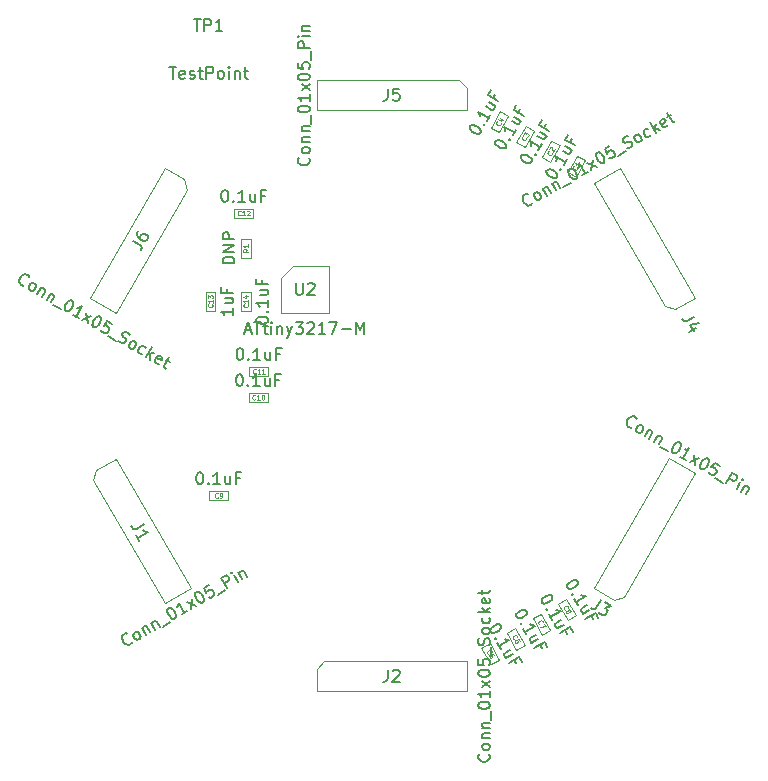
<source format=gbr>
%TF.GenerationSoftware,KiCad,Pcbnew,8.0.8*%
%TF.CreationDate,2025-04-07T12:59:42-04:00*%
%TF.ProjectId,pcb_tile_game_tile_aaa,7063625f-7469-46c6-955f-67616d655f74,1.0*%
%TF.SameCoordinates,Original*%
%TF.FileFunction,AssemblyDrawing,Top*%
%FSLAX46Y46*%
G04 Gerber Fmt 4.6, Leading zero omitted, Abs format (unit mm)*
G04 Created by KiCad (PCBNEW 8.0.8) date 2025-04-07 12:59:42*
%MOMM*%
%LPD*%
G01*
G04 APERTURE LIST*
%ADD10C,0.150000*%
%ADD11C,0.060000*%
%ADD12C,0.100000*%
G04 APERTURE END LIST*
D10*
X150993078Y-60585165D02*
X151040697Y-60502686D01*
X151040697Y-60502686D02*
X151129555Y-60444017D01*
X151129555Y-60444017D02*
X151194604Y-60426587D01*
X151194604Y-60426587D02*
X151300892Y-60432967D01*
X151300892Y-60432967D02*
X151489659Y-60486966D01*
X151489659Y-60486966D02*
X151695855Y-60606013D01*
X151695855Y-60606013D02*
X151837003Y-60742491D01*
X151837003Y-60742491D02*
X151895672Y-60831349D01*
X151895672Y-60831349D02*
X151913102Y-60896398D01*
X151913102Y-60896398D02*
X151906722Y-61002686D01*
X151906722Y-61002686D02*
X151859103Y-61085165D01*
X151859103Y-61085165D02*
X151770245Y-61143834D01*
X151770245Y-61143834D02*
X151705196Y-61161263D01*
X151705196Y-61161263D02*
X151598908Y-61154884D01*
X151598908Y-61154884D02*
X151410141Y-61100885D01*
X151410141Y-61100885D02*
X151203944Y-60981837D01*
X151203944Y-60981837D02*
X151062797Y-60845360D01*
X151062797Y-60845360D02*
X151004128Y-60756502D01*
X151004128Y-60756502D02*
X150986698Y-60691453D01*
X150986698Y-60691453D02*
X150993078Y-60585165D01*
X152157577Y-60377717D02*
X152222626Y-60360287D01*
X152222626Y-60360287D02*
X152240055Y-60425336D01*
X152240055Y-60425336D02*
X152175007Y-60442765D01*
X152175007Y-60442765D02*
X152157577Y-60377717D01*
X152157577Y-60377717D02*
X152240055Y-60425336D01*
X152740055Y-59559311D02*
X152454341Y-60054182D01*
X152597198Y-59806746D02*
X151731173Y-59306746D01*
X151731173Y-59306746D02*
X151807272Y-59460654D01*
X151807272Y-59460654D02*
X151842131Y-59590751D01*
X151842131Y-59590751D02*
X151835751Y-59697039D01*
X152591276Y-58483670D02*
X153168627Y-58817003D01*
X152376991Y-58854824D02*
X152830623Y-59116728D01*
X152830623Y-59116728D02*
X152936911Y-59123108D01*
X152936911Y-59123108D02*
X153025770Y-59064439D01*
X153025770Y-59064439D02*
X153097198Y-58940721D01*
X153097198Y-58940721D02*
X153103578Y-58834433D01*
X153103578Y-58834433D02*
X153086148Y-58769384D01*
X153119756Y-57854030D02*
X152953090Y-58142705D01*
X153406722Y-58404610D02*
X152540697Y-57904610D01*
X152540697Y-57904610D02*
X152778792Y-57492217D01*
D11*
X153616292Y-60279651D02*
X153623264Y-60305670D01*
X153623264Y-60305670D02*
X153611188Y-60364681D01*
X153611188Y-60364681D02*
X153592140Y-60397673D01*
X153592140Y-60397673D02*
X153547073Y-60437636D01*
X153547073Y-60437636D02*
X153495034Y-60451580D01*
X153495034Y-60451580D02*
X153452519Y-60449028D01*
X153452519Y-60449028D02*
X153377012Y-60427428D01*
X153377012Y-60427428D02*
X153327525Y-60398857D01*
X153327525Y-60398857D02*
X153271066Y-60344266D01*
X153271066Y-60344266D02*
X153247598Y-60308723D01*
X153247598Y-60308723D02*
X153233654Y-60256683D01*
X153233654Y-60256683D02*
X153245730Y-60197673D01*
X153245730Y-60197673D02*
X153264778Y-60164681D01*
X153264778Y-60164681D02*
X153309845Y-60124718D01*
X153309845Y-60124718D02*
X153335864Y-60117746D01*
X153412055Y-59985780D02*
X153405083Y-59959760D01*
X153405083Y-59959760D02*
X153407635Y-59917245D01*
X153407635Y-59917245D02*
X153455254Y-59834767D01*
X153455254Y-59834767D02*
X153490797Y-59811299D01*
X153490797Y-59811299D02*
X153516817Y-59804327D01*
X153516817Y-59804327D02*
X153559332Y-59806879D01*
X153559332Y-59806879D02*
X153592324Y-59825927D01*
X153592324Y-59825927D02*
X153632287Y-59870994D01*
X153632287Y-59870994D02*
X153715950Y-60183228D01*
X153715950Y-60183228D02*
X153839759Y-59968784D01*
D10*
X127154643Y-76824820D02*
X127249881Y-76824820D01*
X127249881Y-76824820D02*
X127345119Y-76872439D01*
X127345119Y-76872439D02*
X127392738Y-76920058D01*
X127392738Y-76920058D02*
X127440357Y-77015296D01*
X127440357Y-77015296D02*
X127487976Y-77205772D01*
X127487976Y-77205772D02*
X127487976Y-77443867D01*
X127487976Y-77443867D02*
X127440357Y-77634343D01*
X127440357Y-77634343D02*
X127392738Y-77729581D01*
X127392738Y-77729581D02*
X127345119Y-77777201D01*
X127345119Y-77777201D02*
X127249881Y-77824820D01*
X127249881Y-77824820D02*
X127154643Y-77824820D01*
X127154643Y-77824820D02*
X127059405Y-77777201D01*
X127059405Y-77777201D02*
X127011786Y-77729581D01*
X127011786Y-77729581D02*
X126964167Y-77634343D01*
X126964167Y-77634343D02*
X126916548Y-77443867D01*
X126916548Y-77443867D02*
X126916548Y-77205772D01*
X126916548Y-77205772D02*
X126964167Y-77015296D01*
X126964167Y-77015296D02*
X127011786Y-76920058D01*
X127011786Y-76920058D02*
X127059405Y-76872439D01*
X127059405Y-76872439D02*
X127154643Y-76824820D01*
X127916548Y-77729581D02*
X127964167Y-77777201D01*
X127964167Y-77777201D02*
X127916548Y-77824820D01*
X127916548Y-77824820D02*
X127868929Y-77777201D01*
X127868929Y-77777201D02*
X127916548Y-77729581D01*
X127916548Y-77729581D02*
X127916548Y-77824820D01*
X128916547Y-77824820D02*
X128345119Y-77824820D01*
X128630833Y-77824820D02*
X128630833Y-76824820D01*
X128630833Y-76824820D02*
X128535595Y-76967677D01*
X128535595Y-76967677D02*
X128440357Y-77062915D01*
X128440357Y-77062915D02*
X128345119Y-77110534D01*
X129773690Y-77158153D02*
X129773690Y-77824820D01*
X129345119Y-77158153D02*
X129345119Y-77681962D01*
X129345119Y-77681962D02*
X129392738Y-77777201D01*
X129392738Y-77777201D02*
X129487976Y-77824820D01*
X129487976Y-77824820D02*
X129630833Y-77824820D01*
X129630833Y-77824820D02*
X129726071Y-77777201D01*
X129726071Y-77777201D02*
X129773690Y-77729581D01*
X130583214Y-77301010D02*
X130249881Y-77301010D01*
X130249881Y-77824820D02*
X130249881Y-76824820D01*
X130249881Y-76824820D02*
X130726071Y-76824820D01*
D11*
X128540357Y-78943833D02*
X128521309Y-78962881D01*
X128521309Y-78962881D02*
X128464167Y-78981928D01*
X128464167Y-78981928D02*
X128426071Y-78981928D01*
X128426071Y-78981928D02*
X128368928Y-78962881D01*
X128368928Y-78962881D02*
X128330833Y-78924785D01*
X128330833Y-78924785D02*
X128311786Y-78886690D01*
X128311786Y-78886690D02*
X128292738Y-78810500D01*
X128292738Y-78810500D02*
X128292738Y-78753357D01*
X128292738Y-78753357D02*
X128311786Y-78677166D01*
X128311786Y-78677166D02*
X128330833Y-78639071D01*
X128330833Y-78639071D02*
X128368928Y-78600976D01*
X128368928Y-78600976D02*
X128426071Y-78581928D01*
X128426071Y-78581928D02*
X128464167Y-78581928D01*
X128464167Y-78581928D02*
X128521309Y-78600976D01*
X128521309Y-78600976D02*
X128540357Y-78620023D01*
X128921309Y-78981928D02*
X128692738Y-78981928D01*
X128807024Y-78981928D02*
X128807024Y-78581928D01*
X128807024Y-78581928D02*
X128768928Y-78639071D01*
X128768928Y-78639071D02*
X128730833Y-78677166D01*
X128730833Y-78677166D02*
X128692738Y-78696214D01*
X129302261Y-78981928D02*
X129073690Y-78981928D01*
X129187976Y-78981928D02*
X129187976Y-78581928D01*
X129187976Y-78581928D02*
X129149880Y-78639071D01*
X129149880Y-78639071D02*
X129111785Y-78677166D01*
X129111785Y-78677166D02*
X129073690Y-78696214D01*
D10*
X148828015Y-59335165D02*
X148875634Y-59252686D01*
X148875634Y-59252686D02*
X148964492Y-59194017D01*
X148964492Y-59194017D02*
X149029541Y-59176587D01*
X149029541Y-59176587D02*
X149135829Y-59182967D01*
X149135829Y-59182967D02*
X149324596Y-59236966D01*
X149324596Y-59236966D02*
X149530792Y-59356013D01*
X149530792Y-59356013D02*
X149671940Y-59492491D01*
X149671940Y-59492491D02*
X149730609Y-59581349D01*
X149730609Y-59581349D02*
X149748039Y-59646398D01*
X149748039Y-59646398D02*
X149741659Y-59752686D01*
X149741659Y-59752686D02*
X149694040Y-59835165D01*
X149694040Y-59835165D02*
X149605182Y-59893834D01*
X149605182Y-59893834D02*
X149540133Y-59911263D01*
X149540133Y-59911263D02*
X149433845Y-59904884D01*
X149433845Y-59904884D02*
X149245078Y-59850885D01*
X149245078Y-59850885D02*
X149038881Y-59731837D01*
X149038881Y-59731837D02*
X148897734Y-59595360D01*
X148897734Y-59595360D02*
X148839065Y-59506502D01*
X148839065Y-59506502D02*
X148821635Y-59441453D01*
X148821635Y-59441453D02*
X148828015Y-59335165D01*
X149992514Y-59127717D02*
X150057563Y-59110287D01*
X150057563Y-59110287D02*
X150074992Y-59175336D01*
X150074992Y-59175336D02*
X150009944Y-59192765D01*
X150009944Y-59192765D02*
X149992514Y-59127717D01*
X149992514Y-59127717D02*
X150074992Y-59175336D01*
X150574992Y-58309311D02*
X150289278Y-58804182D01*
X150432135Y-58556746D02*
X149566110Y-58056746D01*
X149566110Y-58056746D02*
X149642209Y-58210654D01*
X149642209Y-58210654D02*
X149677068Y-58340751D01*
X149677068Y-58340751D02*
X149670688Y-58447039D01*
X150426213Y-57233670D02*
X151003564Y-57567003D01*
X150211928Y-57604824D02*
X150665560Y-57866728D01*
X150665560Y-57866728D02*
X150771848Y-57873108D01*
X150771848Y-57873108D02*
X150860707Y-57814439D01*
X150860707Y-57814439D02*
X150932135Y-57690721D01*
X150932135Y-57690721D02*
X150938515Y-57584433D01*
X150938515Y-57584433D02*
X150921085Y-57519384D01*
X150954693Y-56604030D02*
X150788027Y-56892705D01*
X151241659Y-57154610D02*
X150375634Y-56654610D01*
X150375634Y-56654610D02*
X150613729Y-56242217D01*
D11*
X151451229Y-59029651D02*
X151458201Y-59055670D01*
X151458201Y-59055670D02*
X151446125Y-59114681D01*
X151446125Y-59114681D02*
X151427077Y-59147673D01*
X151427077Y-59147673D02*
X151382010Y-59187636D01*
X151382010Y-59187636D02*
X151329971Y-59201580D01*
X151329971Y-59201580D02*
X151287456Y-59199028D01*
X151287456Y-59199028D02*
X151211949Y-59177428D01*
X151211949Y-59177428D02*
X151162462Y-59148857D01*
X151162462Y-59148857D02*
X151106003Y-59094266D01*
X151106003Y-59094266D02*
X151082535Y-59058723D01*
X151082535Y-59058723D02*
X151068591Y-59006683D01*
X151068591Y-59006683D02*
X151080667Y-58947673D01*
X151080667Y-58947673D02*
X151099715Y-58914681D01*
X151099715Y-58914681D02*
X151144782Y-58874718D01*
X151144782Y-58874718D02*
X151170801Y-58867746D01*
X151204477Y-58733228D02*
X151328286Y-58518784D01*
X151328286Y-58518784D02*
X151393585Y-58710444D01*
X151393585Y-58710444D02*
X151422157Y-58660957D01*
X151422157Y-58660957D02*
X151457700Y-58637489D01*
X151457700Y-58637489D02*
X151483720Y-58630518D01*
X151483720Y-58630518D02*
X151526235Y-58633069D01*
X151526235Y-58633069D02*
X151608714Y-58680688D01*
X151608714Y-58680688D02*
X151632181Y-58716232D01*
X151632181Y-58716232D02*
X151639153Y-58742251D01*
X151639153Y-58742251D02*
X151636601Y-58784767D01*
X151636601Y-58784767D02*
X151579458Y-58883741D01*
X151579458Y-58883741D02*
X151543915Y-58907209D01*
X151543915Y-58907209D02*
X151517895Y-58914180D01*
D10*
X148269580Y-111195239D02*
X148317200Y-111242858D01*
X148317200Y-111242858D02*
X148364819Y-111385715D01*
X148364819Y-111385715D02*
X148364819Y-111480953D01*
X148364819Y-111480953D02*
X148317200Y-111623810D01*
X148317200Y-111623810D02*
X148221961Y-111719048D01*
X148221961Y-111719048D02*
X148126723Y-111766667D01*
X148126723Y-111766667D02*
X147936247Y-111814286D01*
X147936247Y-111814286D02*
X147793390Y-111814286D01*
X147793390Y-111814286D02*
X147602914Y-111766667D01*
X147602914Y-111766667D02*
X147507676Y-111719048D01*
X147507676Y-111719048D02*
X147412438Y-111623810D01*
X147412438Y-111623810D02*
X147364819Y-111480953D01*
X147364819Y-111480953D02*
X147364819Y-111385715D01*
X147364819Y-111385715D02*
X147412438Y-111242858D01*
X147412438Y-111242858D02*
X147460057Y-111195239D01*
X148364819Y-110623810D02*
X148317200Y-110719048D01*
X148317200Y-110719048D02*
X148269580Y-110766667D01*
X148269580Y-110766667D02*
X148174342Y-110814286D01*
X148174342Y-110814286D02*
X147888628Y-110814286D01*
X147888628Y-110814286D02*
X147793390Y-110766667D01*
X147793390Y-110766667D02*
X147745771Y-110719048D01*
X147745771Y-110719048D02*
X147698152Y-110623810D01*
X147698152Y-110623810D02*
X147698152Y-110480953D01*
X147698152Y-110480953D02*
X147745771Y-110385715D01*
X147745771Y-110385715D02*
X147793390Y-110338096D01*
X147793390Y-110338096D02*
X147888628Y-110290477D01*
X147888628Y-110290477D02*
X148174342Y-110290477D01*
X148174342Y-110290477D02*
X148269580Y-110338096D01*
X148269580Y-110338096D02*
X148317200Y-110385715D01*
X148317200Y-110385715D02*
X148364819Y-110480953D01*
X148364819Y-110480953D02*
X148364819Y-110623810D01*
X147698152Y-109861905D02*
X148364819Y-109861905D01*
X147793390Y-109861905D02*
X147745771Y-109814286D01*
X147745771Y-109814286D02*
X147698152Y-109719048D01*
X147698152Y-109719048D02*
X147698152Y-109576191D01*
X147698152Y-109576191D02*
X147745771Y-109480953D01*
X147745771Y-109480953D02*
X147841009Y-109433334D01*
X147841009Y-109433334D02*
X148364819Y-109433334D01*
X147698152Y-108957143D02*
X148364819Y-108957143D01*
X147793390Y-108957143D02*
X147745771Y-108909524D01*
X147745771Y-108909524D02*
X147698152Y-108814286D01*
X147698152Y-108814286D02*
X147698152Y-108671429D01*
X147698152Y-108671429D02*
X147745771Y-108576191D01*
X147745771Y-108576191D02*
X147841009Y-108528572D01*
X147841009Y-108528572D02*
X148364819Y-108528572D01*
X148460057Y-108290477D02*
X148460057Y-107528572D01*
X147364819Y-107100000D02*
X147364819Y-107004762D01*
X147364819Y-107004762D02*
X147412438Y-106909524D01*
X147412438Y-106909524D02*
X147460057Y-106861905D01*
X147460057Y-106861905D02*
X147555295Y-106814286D01*
X147555295Y-106814286D02*
X147745771Y-106766667D01*
X147745771Y-106766667D02*
X147983866Y-106766667D01*
X147983866Y-106766667D02*
X148174342Y-106814286D01*
X148174342Y-106814286D02*
X148269580Y-106861905D01*
X148269580Y-106861905D02*
X148317200Y-106909524D01*
X148317200Y-106909524D02*
X148364819Y-107004762D01*
X148364819Y-107004762D02*
X148364819Y-107100000D01*
X148364819Y-107100000D02*
X148317200Y-107195238D01*
X148317200Y-107195238D02*
X148269580Y-107242857D01*
X148269580Y-107242857D02*
X148174342Y-107290476D01*
X148174342Y-107290476D02*
X147983866Y-107338095D01*
X147983866Y-107338095D02*
X147745771Y-107338095D01*
X147745771Y-107338095D02*
X147555295Y-107290476D01*
X147555295Y-107290476D02*
X147460057Y-107242857D01*
X147460057Y-107242857D02*
X147412438Y-107195238D01*
X147412438Y-107195238D02*
X147364819Y-107100000D01*
X148364819Y-105814286D02*
X148364819Y-106385714D01*
X148364819Y-106100000D02*
X147364819Y-106100000D01*
X147364819Y-106100000D02*
X147507676Y-106195238D01*
X147507676Y-106195238D02*
X147602914Y-106290476D01*
X147602914Y-106290476D02*
X147650533Y-106385714D01*
X148364819Y-105480952D02*
X147698152Y-104957143D01*
X147698152Y-105480952D02*
X148364819Y-104957143D01*
X147364819Y-104385714D02*
X147364819Y-104290476D01*
X147364819Y-104290476D02*
X147412438Y-104195238D01*
X147412438Y-104195238D02*
X147460057Y-104147619D01*
X147460057Y-104147619D02*
X147555295Y-104100000D01*
X147555295Y-104100000D02*
X147745771Y-104052381D01*
X147745771Y-104052381D02*
X147983866Y-104052381D01*
X147983866Y-104052381D02*
X148174342Y-104100000D01*
X148174342Y-104100000D02*
X148269580Y-104147619D01*
X148269580Y-104147619D02*
X148317200Y-104195238D01*
X148317200Y-104195238D02*
X148364819Y-104290476D01*
X148364819Y-104290476D02*
X148364819Y-104385714D01*
X148364819Y-104385714D02*
X148317200Y-104480952D01*
X148317200Y-104480952D02*
X148269580Y-104528571D01*
X148269580Y-104528571D02*
X148174342Y-104576190D01*
X148174342Y-104576190D02*
X147983866Y-104623809D01*
X147983866Y-104623809D02*
X147745771Y-104623809D01*
X147745771Y-104623809D02*
X147555295Y-104576190D01*
X147555295Y-104576190D02*
X147460057Y-104528571D01*
X147460057Y-104528571D02*
X147412438Y-104480952D01*
X147412438Y-104480952D02*
X147364819Y-104385714D01*
X147364819Y-103147619D02*
X147364819Y-103623809D01*
X147364819Y-103623809D02*
X147841009Y-103671428D01*
X147841009Y-103671428D02*
X147793390Y-103623809D01*
X147793390Y-103623809D02*
X147745771Y-103528571D01*
X147745771Y-103528571D02*
X147745771Y-103290476D01*
X147745771Y-103290476D02*
X147793390Y-103195238D01*
X147793390Y-103195238D02*
X147841009Y-103147619D01*
X147841009Y-103147619D02*
X147936247Y-103100000D01*
X147936247Y-103100000D02*
X148174342Y-103100000D01*
X148174342Y-103100000D02*
X148269580Y-103147619D01*
X148269580Y-103147619D02*
X148317200Y-103195238D01*
X148317200Y-103195238D02*
X148364819Y-103290476D01*
X148364819Y-103290476D02*
X148364819Y-103528571D01*
X148364819Y-103528571D02*
X148317200Y-103623809D01*
X148317200Y-103623809D02*
X148269580Y-103671428D01*
X148460057Y-102909524D02*
X148460057Y-102147619D01*
X148317200Y-101957142D02*
X148364819Y-101814285D01*
X148364819Y-101814285D02*
X148364819Y-101576190D01*
X148364819Y-101576190D02*
X148317200Y-101480952D01*
X148317200Y-101480952D02*
X148269580Y-101433333D01*
X148269580Y-101433333D02*
X148174342Y-101385714D01*
X148174342Y-101385714D02*
X148079104Y-101385714D01*
X148079104Y-101385714D02*
X147983866Y-101433333D01*
X147983866Y-101433333D02*
X147936247Y-101480952D01*
X147936247Y-101480952D02*
X147888628Y-101576190D01*
X147888628Y-101576190D02*
X147841009Y-101766666D01*
X147841009Y-101766666D02*
X147793390Y-101861904D01*
X147793390Y-101861904D02*
X147745771Y-101909523D01*
X147745771Y-101909523D02*
X147650533Y-101957142D01*
X147650533Y-101957142D02*
X147555295Y-101957142D01*
X147555295Y-101957142D02*
X147460057Y-101909523D01*
X147460057Y-101909523D02*
X147412438Y-101861904D01*
X147412438Y-101861904D02*
X147364819Y-101766666D01*
X147364819Y-101766666D02*
X147364819Y-101528571D01*
X147364819Y-101528571D02*
X147412438Y-101385714D01*
X148364819Y-100814285D02*
X148317200Y-100909523D01*
X148317200Y-100909523D02*
X148269580Y-100957142D01*
X148269580Y-100957142D02*
X148174342Y-101004761D01*
X148174342Y-101004761D02*
X147888628Y-101004761D01*
X147888628Y-101004761D02*
X147793390Y-100957142D01*
X147793390Y-100957142D02*
X147745771Y-100909523D01*
X147745771Y-100909523D02*
X147698152Y-100814285D01*
X147698152Y-100814285D02*
X147698152Y-100671428D01*
X147698152Y-100671428D02*
X147745771Y-100576190D01*
X147745771Y-100576190D02*
X147793390Y-100528571D01*
X147793390Y-100528571D02*
X147888628Y-100480952D01*
X147888628Y-100480952D02*
X148174342Y-100480952D01*
X148174342Y-100480952D02*
X148269580Y-100528571D01*
X148269580Y-100528571D02*
X148317200Y-100576190D01*
X148317200Y-100576190D02*
X148364819Y-100671428D01*
X148364819Y-100671428D02*
X148364819Y-100814285D01*
X148317200Y-99623809D02*
X148364819Y-99719047D01*
X148364819Y-99719047D02*
X148364819Y-99909523D01*
X148364819Y-99909523D02*
X148317200Y-100004761D01*
X148317200Y-100004761D02*
X148269580Y-100052380D01*
X148269580Y-100052380D02*
X148174342Y-100099999D01*
X148174342Y-100099999D02*
X147888628Y-100099999D01*
X147888628Y-100099999D02*
X147793390Y-100052380D01*
X147793390Y-100052380D02*
X147745771Y-100004761D01*
X147745771Y-100004761D02*
X147698152Y-99909523D01*
X147698152Y-99909523D02*
X147698152Y-99719047D01*
X147698152Y-99719047D02*
X147745771Y-99623809D01*
X148364819Y-99195237D02*
X147364819Y-99195237D01*
X147983866Y-99099999D02*
X148364819Y-98814285D01*
X147698152Y-98814285D02*
X148079104Y-99195237D01*
X148317200Y-98004761D02*
X148364819Y-98099999D01*
X148364819Y-98099999D02*
X148364819Y-98290475D01*
X148364819Y-98290475D02*
X148317200Y-98385713D01*
X148317200Y-98385713D02*
X148221961Y-98433332D01*
X148221961Y-98433332D02*
X147841009Y-98433332D01*
X147841009Y-98433332D02*
X147745771Y-98385713D01*
X147745771Y-98385713D02*
X147698152Y-98290475D01*
X147698152Y-98290475D02*
X147698152Y-98099999D01*
X147698152Y-98099999D02*
X147745771Y-98004761D01*
X147745771Y-98004761D02*
X147841009Y-97957142D01*
X147841009Y-97957142D02*
X147936247Y-97957142D01*
X147936247Y-97957142D02*
X148031485Y-98433332D01*
X147698152Y-97671427D02*
X147698152Y-97290475D01*
X147364819Y-97528570D02*
X148221961Y-97528570D01*
X148221961Y-97528570D02*
X148317200Y-97480951D01*
X148317200Y-97480951D02*
X148364819Y-97385713D01*
X148364819Y-97385713D02*
X148364819Y-97290475D01*
X139726666Y-104054819D02*
X139726666Y-104769104D01*
X139726666Y-104769104D02*
X139679047Y-104911961D01*
X139679047Y-104911961D02*
X139583809Y-105007200D01*
X139583809Y-105007200D02*
X139440952Y-105054819D01*
X139440952Y-105054819D02*
X139345714Y-105054819D01*
X140155238Y-104150057D02*
X140202857Y-104102438D01*
X140202857Y-104102438D02*
X140298095Y-104054819D01*
X140298095Y-104054819D02*
X140536190Y-104054819D01*
X140536190Y-104054819D02*
X140631428Y-104102438D01*
X140631428Y-104102438D02*
X140679047Y-104150057D01*
X140679047Y-104150057D02*
X140726666Y-104245295D01*
X140726666Y-104245295D02*
X140726666Y-104340533D01*
X140726666Y-104340533D02*
X140679047Y-104483390D01*
X140679047Y-104483390D02*
X140107619Y-105054819D01*
X140107619Y-105054819D02*
X140726666Y-105054819D01*
X126734819Y-69635713D02*
X125734819Y-69635713D01*
X125734819Y-69635713D02*
X125734819Y-69397618D01*
X125734819Y-69397618D02*
X125782438Y-69254761D01*
X125782438Y-69254761D02*
X125877676Y-69159523D01*
X125877676Y-69159523D02*
X125972914Y-69111904D01*
X125972914Y-69111904D02*
X126163390Y-69064285D01*
X126163390Y-69064285D02*
X126306247Y-69064285D01*
X126306247Y-69064285D02*
X126496723Y-69111904D01*
X126496723Y-69111904D02*
X126591961Y-69159523D01*
X126591961Y-69159523D02*
X126687200Y-69254761D01*
X126687200Y-69254761D02*
X126734819Y-69397618D01*
X126734819Y-69397618D02*
X126734819Y-69635713D01*
X126734819Y-68635713D02*
X125734819Y-68635713D01*
X125734819Y-68635713D02*
X126734819Y-68064285D01*
X126734819Y-68064285D02*
X125734819Y-68064285D01*
X126734819Y-67588094D02*
X125734819Y-67588094D01*
X125734819Y-67588094D02*
X125734819Y-67207142D01*
X125734819Y-67207142D02*
X125782438Y-67111904D01*
X125782438Y-67111904D02*
X125830057Y-67064285D01*
X125830057Y-67064285D02*
X125925295Y-67016666D01*
X125925295Y-67016666D02*
X126068152Y-67016666D01*
X126068152Y-67016666D02*
X126163390Y-67064285D01*
X126163390Y-67064285D02*
X126211009Y-67111904D01*
X126211009Y-67111904D02*
X126258628Y-67207142D01*
X126258628Y-67207142D02*
X126258628Y-67588094D01*
D11*
X127891927Y-68416666D02*
X127701451Y-68549999D01*
X127891927Y-68645237D02*
X127491927Y-68645237D01*
X127491927Y-68645237D02*
X127491927Y-68492856D01*
X127491927Y-68492856D02*
X127510975Y-68454761D01*
X127510975Y-68454761D02*
X127530022Y-68435714D01*
X127530022Y-68435714D02*
X127568118Y-68416666D01*
X127568118Y-68416666D02*
X127625260Y-68416666D01*
X127625260Y-68416666D02*
X127663356Y-68435714D01*
X127663356Y-68435714D02*
X127682403Y-68454761D01*
X127682403Y-68454761D02*
X127701451Y-68492856D01*
X127701451Y-68492856D02*
X127701451Y-68645237D01*
X127891927Y-68035714D02*
X127891927Y-68264285D01*
X127891927Y-68149999D02*
X127491927Y-68149999D01*
X127491927Y-68149999D02*
X127549070Y-68188095D01*
X127549070Y-68188095D02*
X127587165Y-68226190D01*
X127587165Y-68226190D02*
X127606213Y-68264285D01*
D10*
X155775410Y-96531327D02*
X155823029Y-96613806D01*
X155823029Y-96613806D02*
X155829409Y-96720094D01*
X155829409Y-96720094D02*
X155811979Y-96785143D01*
X155811979Y-96785143D02*
X155753310Y-96874001D01*
X155753310Y-96874001D02*
X155612162Y-97010479D01*
X155612162Y-97010479D02*
X155405965Y-97129526D01*
X155405965Y-97129526D02*
X155217199Y-97183525D01*
X155217199Y-97183525D02*
X155110911Y-97189905D01*
X155110911Y-97189905D02*
X155045862Y-97172475D01*
X155045862Y-97172475D02*
X154957003Y-97113806D01*
X154957003Y-97113806D02*
X154909384Y-97031327D01*
X154909384Y-97031327D02*
X154903005Y-96925039D01*
X154903005Y-96925039D02*
X154920434Y-96859991D01*
X154920434Y-96859991D02*
X154979103Y-96771132D01*
X154979103Y-96771132D02*
X155120251Y-96634655D01*
X155120251Y-96634655D02*
X155326448Y-96515607D01*
X155326448Y-96515607D02*
X155515214Y-96461608D01*
X155515214Y-96461608D02*
X155621503Y-96455229D01*
X155621503Y-96455229D02*
X155686551Y-96472658D01*
X155686551Y-96472658D02*
X155775410Y-96531327D01*
X155372815Y-97643537D02*
X155355386Y-97708586D01*
X155355386Y-97708586D02*
X155290337Y-97691156D01*
X155290337Y-97691156D02*
X155307767Y-97626108D01*
X155307767Y-97626108D02*
X155372815Y-97643537D01*
X155372815Y-97643537D02*
X155290337Y-97691156D01*
X155790337Y-98557181D02*
X155504622Y-98062310D01*
X155647479Y-98309746D02*
X156513505Y-97809746D01*
X156513505Y-97809746D02*
X156342168Y-97798696D01*
X156342168Y-97798696D02*
X156212070Y-97763836D01*
X156212070Y-97763836D02*
X156123212Y-97705167D01*
X156796258Y-98966156D02*
X156218908Y-99299489D01*
X156581973Y-98595002D02*
X156128340Y-98856907D01*
X156128340Y-98856907D02*
X156069671Y-98945765D01*
X156069671Y-98945765D02*
X156076051Y-99052053D01*
X156076051Y-99052053D02*
X156147479Y-99175771D01*
X156147479Y-99175771D02*
X156236338Y-99234440D01*
X156236338Y-99234440D02*
X156301387Y-99251870D01*
X157077302Y-99738652D02*
X156910636Y-99449977D01*
X156457003Y-99711882D02*
X157323029Y-99211882D01*
X157323029Y-99211882D02*
X157561124Y-99624275D01*
D11*
X154728386Y-98955855D02*
X154702366Y-98948883D01*
X154702366Y-98948883D02*
X154657299Y-98908920D01*
X154657299Y-98908920D02*
X154638251Y-98875928D01*
X154638251Y-98875928D02*
X154626176Y-98816917D01*
X154626176Y-98816917D02*
X154640120Y-98764878D01*
X154640120Y-98764878D02*
X154663587Y-98729335D01*
X154663587Y-98729335D02*
X154720046Y-98674744D01*
X154720046Y-98674744D02*
X154769533Y-98646172D01*
X154769533Y-98646172D02*
X154845040Y-98624573D01*
X154845040Y-98624573D02*
X154887555Y-98622021D01*
X154887555Y-98622021D02*
X154939594Y-98635965D01*
X154939594Y-98635965D02*
X154984662Y-98675928D01*
X154984662Y-98675928D02*
X155003709Y-98708920D01*
X155003709Y-98708920D02*
X155015785Y-98767931D01*
X155015785Y-98767931D02*
X155008813Y-98793950D01*
X155007629Y-99058565D02*
X155005077Y-99016050D01*
X155005077Y-99016050D02*
X155012049Y-98990031D01*
X155012049Y-98990031D02*
X155035516Y-98954487D01*
X155035516Y-98954487D02*
X155052012Y-98944963D01*
X155052012Y-98944963D02*
X155094527Y-98942412D01*
X155094527Y-98942412D02*
X155120547Y-98949383D01*
X155120547Y-98949383D02*
X155156090Y-98972851D01*
X155156090Y-98972851D02*
X155194185Y-99038834D01*
X155194185Y-99038834D02*
X155196737Y-99081349D01*
X155196737Y-99081349D02*
X155189765Y-99107369D01*
X155189765Y-99107369D02*
X155166298Y-99142912D01*
X155166298Y-99142912D02*
X155149802Y-99152436D01*
X155149802Y-99152436D02*
X155107287Y-99154988D01*
X155107287Y-99154988D02*
X155081267Y-99148016D01*
X155081267Y-99148016D02*
X155045724Y-99124548D01*
X155045724Y-99124548D02*
X155007629Y-99058565D01*
X155007629Y-99058565D02*
X154972085Y-99035098D01*
X154972085Y-99035098D02*
X154946066Y-99028126D01*
X154946066Y-99028126D02*
X154903551Y-99030678D01*
X154903551Y-99030678D02*
X154837568Y-99068773D01*
X154837568Y-99068773D02*
X154814100Y-99104316D01*
X154814100Y-99104316D02*
X154807128Y-99130336D01*
X154807128Y-99130336D02*
X154809680Y-99172851D01*
X154809680Y-99172851D02*
X154847775Y-99238834D01*
X154847775Y-99238834D02*
X154883319Y-99262302D01*
X154883319Y-99262302D02*
X154909338Y-99269274D01*
X154909338Y-99269274D02*
X154951853Y-99266722D01*
X154951853Y-99266722D02*
X155017836Y-99228626D01*
X155017836Y-99228626D02*
X155041304Y-99193083D01*
X155041304Y-99193083D02*
X155048276Y-99167064D01*
X155048276Y-99167064D02*
X155045724Y-99124548D01*
D10*
X128594819Y-74492856D02*
X128594819Y-74397618D01*
X128594819Y-74397618D02*
X128642438Y-74302380D01*
X128642438Y-74302380D02*
X128690057Y-74254761D01*
X128690057Y-74254761D02*
X128785295Y-74207142D01*
X128785295Y-74207142D02*
X128975771Y-74159523D01*
X128975771Y-74159523D02*
X129213866Y-74159523D01*
X129213866Y-74159523D02*
X129404342Y-74207142D01*
X129404342Y-74207142D02*
X129499580Y-74254761D01*
X129499580Y-74254761D02*
X129547200Y-74302380D01*
X129547200Y-74302380D02*
X129594819Y-74397618D01*
X129594819Y-74397618D02*
X129594819Y-74492856D01*
X129594819Y-74492856D02*
X129547200Y-74588094D01*
X129547200Y-74588094D02*
X129499580Y-74635713D01*
X129499580Y-74635713D02*
X129404342Y-74683332D01*
X129404342Y-74683332D02*
X129213866Y-74730951D01*
X129213866Y-74730951D02*
X128975771Y-74730951D01*
X128975771Y-74730951D02*
X128785295Y-74683332D01*
X128785295Y-74683332D02*
X128690057Y-74635713D01*
X128690057Y-74635713D02*
X128642438Y-74588094D01*
X128642438Y-74588094D02*
X128594819Y-74492856D01*
X129499580Y-73730951D02*
X129547200Y-73683332D01*
X129547200Y-73683332D02*
X129594819Y-73730951D01*
X129594819Y-73730951D02*
X129547200Y-73778570D01*
X129547200Y-73778570D02*
X129499580Y-73730951D01*
X129499580Y-73730951D02*
X129594819Y-73730951D01*
X129594819Y-72730952D02*
X129594819Y-73302380D01*
X129594819Y-73016666D02*
X128594819Y-73016666D01*
X128594819Y-73016666D02*
X128737676Y-73111904D01*
X128737676Y-73111904D02*
X128832914Y-73207142D01*
X128832914Y-73207142D02*
X128880533Y-73302380D01*
X128928152Y-71873809D02*
X129594819Y-71873809D01*
X128928152Y-72302380D02*
X129451961Y-72302380D01*
X129451961Y-72302380D02*
X129547200Y-72254761D01*
X129547200Y-72254761D02*
X129594819Y-72159523D01*
X129594819Y-72159523D02*
X129594819Y-72016666D01*
X129594819Y-72016666D02*
X129547200Y-71921428D01*
X129547200Y-71921428D02*
X129499580Y-71873809D01*
X129071009Y-71064285D02*
X129071009Y-71397618D01*
X129594819Y-71397618D02*
X128594819Y-71397618D01*
X128594819Y-71397618D02*
X128594819Y-70921428D01*
D11*
X127853832Y-73107142D02*
X127872880Y-73126190D01*
X127872880Y-73126190D02*
X127891927Y-73183332D01*
X127891927Y-73183332D02*
X127891927Y-73221428D01*
X127891927Y-73221428D02*
X127872880Y-73278571D01*
X127872880Y-73278571D02*
X127834784Y-73316666D01*
X127834784Y-73316666D02*
X127796689Y-73335713D01*
X127796689Y-73335713D02*
X127720499Y-73354761D01*
X127720499Y-73354761D02*
X127663356Y-73354761D01*
X127663356Y-73354761D02*
X127587165Y-73335713D01*
X127587165Y-73335713D02*
X127549070Y-73316666D01*
X127549070Y-73316666D02*
X127510975Y-73278571D01*
X127510975Y-73278571D02*
X127491927Y-73221428D01*
X127491927Y-73221428D02*
X127491927Y-73183332D01*
X127491927Y-73183332D02*
X127510975Y-73126190D01*
X127510975Y-73126190D02*
X127530022Y-73107142D01*
X127891927Y-72726190D02*
X127891927Y-72954761D01*
X127891927Y-72840475D02*
X127491927Y-72840475D01*
X127491927Y-72840475D02*
X127549070Y-72878571D01*
X127549070Y-72878571D02*
X127587165Y-72916666D01*
X127587165Y-72916666D02*
X127606213Y-72954761D01*
X127625260Y-72383333D02*
X127891927Y-72383333D01*
X127472880Y-72478571D02*
X127758594Y-72573809D01*
X127758594Y-72573809D02*
X127758594Y-72326190D01*
D10*
X151445283Y-99031327D02*
X151492902Y-99113806D01*
X151492902Y-99113806D02*
X151499282Y-99220094D01*
X151499282Y-99220094D02*
X151481852Y-99285143D01*
X151481852Y-99285143D02*
X151423183Y-99374001D01*
X151423183Y-99374001D02*
X151282035Y-99510479D01*
X151282035Y-99510479D02*
X151075838Y-99629526D01*
X151075838Y-99629526D02*
X150887072Y-99683525D01*
X150887072Y-99683525D02*
X150780784Y-99689905D01*
X150780784Y-99689905D02*
X150715735Y-99672475D01*
X150715735Y-99672475D02*
X150626876Y-99613806D01*
X150626876Y-99613806D02*
X150579257Y-99531327D01*
X150579257Y-99531327D02*
X150572878Y-99425039D01*
X150572878Y-99425039D02*
X150590307Y-99359991D01*
X150590307Y-99359991D02*
X150648976Y-99271132D01*
X150648976Y-99271132D02*
X150790124Y-99134655D01*
X150790124Y-99134655D02*
X150996321Y-99015607D01*
X150996321Y-99015607D02*
X151185087Y-98961608D01*
X151185087Y-98961608D02*
X151291376Y-98955229D01*
X151291376Y-98955229D02*
X151356424Y-98972658D01*
X151356424Y-98972658D02*
X151445283Y-99031327D01*
X151042688Y-100143537D02*
X151025259Y-100208586D01*
X151025259Y-100208586D02*
X150960210Y-100191156D01*
X150960210Y-100191156D02*
X150977640Y-100126108D01*
X150977640Y-100126108D02*
X151042688Y-100143537D01*
X151042688Y-100143537D02*
X150960210Y-100191156D01*
X151460210Y-101057181D02*
X151174495Y-100562310D01*
X151317352Y-100809746D02*
X152183378Y-100309746D01*
X152183378Y-100309746D02*
X152012041Y-100298696D01*
X152012041Y-100298696D02*
X151881943Y-100263836D01*
X151881943Y-100263836D02*
X151793085Y-100205167D01*
X152466131Y-101466156D02*
X151888781Y-101799489D01*
X152251846Y-101095002D02*
X151798213Y-101356907D01*
X151798213Y-101356907D02*
X151739544Y-101445765D01*
X151739544Y-101445765D02*
X151745924Y-101552053D01*
X151745924Y-101552053D02*
X151817352Y-101675771D01*
X151817352Y-101675771D02*
X151906211Y-101734440D01*
X151906211Y-101734440D02*
X151971260Y-101751870D01*
X152747175Y-102238652D02*
X152580509Y-101949977D01*
X152126876Y-102211882D02*
X152992902Y-101711882D01*
X152992902Y-101711882D02*
X153230997Y-102124275D01*
D11*
X150398259Y-101455855D02*
X150372239Y-101448883D01*
X150372239Y-101448883D02*
X150327172Y-101408920D01*
X150327172Y-101408920D02*
X150308124Y-101375928D01*
X150308124Y-101375928D02*
X150296049Y-101316917D01*
X150296049Y-101316917D02*
X150309993Y-101264878D01*
X150309993Y-101264878D02*
X150333460Y-101229335D01*
X150333460Y-101229335D02*
X150389919Y-101174744D01*
X150389919Y-101174744D02*
X150439406Y-101146172D01*
X150439406Y-101146172D02*
X150514913Y-101124573D01*
X150514913Y-101124573D02*
X150557428Y-101122021D01*
X150557428Y-101122021D02*
X150609467Y-101135965D01*
X150609467Y-101135965D02*
X150654535Y-101175928D01*
X150654535Y-101175928D02*
X150673582Y-101208920D01*
X150673582Y-101208920D02*
X150685658Y-101267931D01*
X150685658Y-101267931D02*
X150678686Y-101293950D01*
X150883106Y-101571825D02*
X150845011Y-101505843D01*
X150845011Y-101505843D02*
X150809467Y-101482375D01*
X150809467Y-101482375D02*
X150783448Y-101475403D01*
X150783448Y-101475403D02*
X150714913Y-101470983D01*
X150714913Y-101470983D02*
X150639406Y-101492583D01*
X150639406Y-101492583D02*
X150507441Y-101568773D01*
X150507441Y-101568773D02*
X150483973Y-101604316D01*
X150483973Y-101604316D02*
X150477001Y-101630336D01*
X150477001Y-101630336D02*
X150479553Y-101672851D01*
X150479553Y-101672851D02*
X150517648Y-101738834D01*
X150517648Y-101738834D02*
X150553192Y-101762302D01*
X150553192Y-101762302D02*
X150579211Y-101769274D01*
X150579211Y-101769274D02*
X150621726Y-101766722D01*
X150621726Y-101766722D02*
X150704205Y-101719103D01*
X150704205Y-101719103D02*
X150727673Y-101683559D01*
X150727673Y-101683559D02*
X150734645Y-101657540D01*
X150734645Y-101657540D02*
X150732093Y-101615024D01*
X150732093Y-101615024D02*
X150693997Y-101549042D01*
X150693997Y-101549042D02*
X150658454Y-101525574D01*
X150658454Y-101525574D02*
X150632435Y-101518602D01*
X150632435Y-101518602D02*
X150589919Y-101521154D01*
D10*
X160387026Y-83529396D02*
X160321977Y-83546825D01*
X160321977Y-83546825D02*
X160174450Y-83516636D01*
X160174450Y-83516636D02*
X160091971Y-83469017D01*
X160091971Y-83469017D02*
X159992063Y-83356349D01*
X159992063Y-83356349D02*
X159957203Y-83226252D01*
X159957203Y-83226252D02*
X159963583Y-83119963D01*
X159963583Y-83119963D02*
X160017582Y-82931197D01*
X160017582Y-82931197D02*
X160089010Y-82807479D01*
X160089010Y-82807479D02*
X160225488Y-82666331D01*
X160225488Y-82666331D02*
X160314346Y-82607662D01*
X160314346Y-82607662D02*
X160444444Y-82572802D01*
X160444444Y-82572802D02*
X160591971Y-82602992D01*
X160591971Y-82602992D02*
X160674450Y-82650611D01*
X160674450Y-82650611D02*
X160774358Y-82763279D01*
X160774358Y-82763279D02*
X160791788Y-82828327D01*
X160834279Y-83897589D02*
X160775610Y-83808730D01*
X160775610Y-83808730D02*
X160758180Y-83743681D01*
X160758180Y-83743681D02*
X160764560Y-83637393D01*
X160764560Y-83637393D02*
X160907417Y-83389957D01*
X160907417Y-83389957D02*
X160996275Y-83331288D01*
X160996275Y-83331288D02*
X161061324Y-83313859D01*
X161061324Y-83313859D02*
X161167612Y-83320238D01*
X161167612Y-83320238D02*
X161291330Y-83391667D01*
X161291330Y-83391667D02*
X161349999Y-83480525D01*
X161349999Y-83480525D02*
X161367429Y-83545574D01*
X161367429Y-83545574D02*
X161361049Y-83651862D01*
X161361049Y-83651862D02*
X161218192Y-83899298D01*
X161218192Y-83899298D02*
X161129334Y-83957967D01*
X161129334Y-83957967D02*
X161064285Y-83975397D01*
X161064285Y-83975397D02*
X160957997Y-83969017D01*
X160957997Y-83969017D02*
X160834279Y-83897589D01*
X161827441Y-83701191D02*
X161494108Y-84278541D01*
X161779822Y-83783669D02*
X161844871Y-83766240D01*
X161844871Y-83766240D02*
X161951159Y-83772619D01*
X161951159Y-83772619D02*
X162074877Y-83844048D01*
X162074877Y-83844048D02*
X162133546Y-83932906D01*
X162133546Y-83932906D02*
X162127166Y-84039194D01*
X162127166Y-84039194D02*
X161865262Y-84492827D01*
X162610988Y-84153572D02*
X162277655Y-84730922D01*
X162563369Y-84236050D02*
X162628418Y-84218621D01*
X162628418Y-84218621D02*
X162734706Y-84225000D01*
X162734706Y-84225000D02*
X162858424Y-84296429D01*
X162858424Y-84296429D02*
X162917093Y-84385287D01*
X162917093Y-84385287D02*
X162910713Y-84491575D01*
X162910713Y-84491575D02*
X162648808Y-84945208D01*
X162807386Y-85146734D02*
X163467215Y-85527686D01*
X164385988Y-84793468D02*
X164468466Y-84841087D01*
X164468466Y-84841087D02*
X164527136Y-84929946D01*
X164527136Y-84929946D02*
X164544565Y-84994994D01*
X164544565Y-84994994D02*
X164538186Y-85101283D01*
X164538186Y-85101283D02*
X164484187Y-85290049D01*
X164484187Y-85290049D02*
X164365139Y-85496246D01*
X164365139Y-85496246D02*
X164228662Y-85637393D01*
X164228662Y-85637393D02*
X164139803Y-85696063D01*
X164139803Y-85696063D02*
X164074755Y-85713492D01*
X164074755Y-85713492D02*
X163968466Y-85707113D01*
X163968466Y-85707113D02*
X163885988Y-85659494D01*
X163885988Y-85659494D02*
X163827319Y-85570635D01*
X163827319Y-85570635D02*
X163809889Y-85505586D01*
X163809889Y-85505586D02*
X163816269Y-85399298D01*
X163816269Y-85399298D02*
X163870267Y-85210532D01*
X163870267Y-85210532D02*
X163989315Y-85004335D01*
X163989315Y-85004335D02*
X164125793Y-84863187D01*
X164125793Y-84863187D02*
X164214651Y-84804518D01*
X164214651Y-84804518D02*
X164279700Y-84787088D01*
X164279700Y-84787088D02*
X164385988Y-84793468D01*
X164999449Y-86302351D02*
X164504577Y-86016636D01*
X164752013Y-86159494D02*
X165252013Y-85293468D01*
X165252013Y-85293468D02*
X165098106Y-85369567D01*
X165098106Y-85369567D02*
X164968008Y-85404427D01*
X164968008Y-85404427D02*
X164861720Y-85398047D01*
X165288124Y-86469017D02*
X166075090Y-86153572D01*
X165621458Y-85891667D02*
X165741757Y-86730922D01*
X166736628Y-86150611D02*
X166819107Y-86198230D01*
X166819107Y-86198230D02*
X166877776Y-86287089D01*
X166877776Y-86287089D02*
X166895206Y-86352137D01*
X166895206Y-86352137D02*
X166888826Y-86458426D01*
X166888826Y-86458426D02*
X166834827Y-86647192D01*
X166834827Y-86647192D02*
X166715780Y-86853389D01*
X166715780Y-86853389D02*
X166579302Y-86994536D01*
X166579302Y-86994536D02*
X166490444Y-87053206D01*
X166490444Y-87053206D02*
X166425395Y-87070635D01*
X166425395Y-87070635D02*
X166319107Y-87064256D01*
X166319107Y-87064256D02*
X166236628Y-87016637D01*
X166236628Y-87016637D02*
X166177959Y-86927778D01*
X166177959Y-86927778D02*
X166160530Y-86862729D01*
X166160530Y-86862729D02*
X166166909Y-86756441D01*
X166166909Y-86756441D02*
X166220908Y-86567675D01*
X166220908Y-86567675D02*
X166339956Y-86361478D01*
X166339956Y-86361478D02*
X166476433Y-86220330D01*
X166476433Y-86220330D02*
X166565291Y-86161661D01*
X166565291Y-86161661D02*
X166630340Y-86144231D01*
X166630340Y-86144231D02*
X166736628Y-86150611D01*
X167808850Y-86769659D02*
X167396457Y-86531564D01*
X167396457Y-86531564D02*
X167117123Y-86920147D01*
X167117123Y-86920147D02*
X167182172Y-86902717D01*
X167182172Y-86902717D02*
X167288460Y-86909097D01*
X167288460Y-86909097D02*
X167494656Y-87028145D01*
X167494656Y-87028145D02*
X167553325Y-87117003D01*
X167553325Y-87117003D02*
X167570755Y-87182052D01*
X167570755Y-87182052D02*
X167564375Y-87288340D01*
X167564375Y-87288340D02*
X167445328Y-87494537D01*
X167445328Y-87494537D02*
X167356469Y-87553206D01*
X167356469Y-87553206D02*
X167291421Y-87570635D01*
X167291421Y-87570635D02*
X167185133Y-87564256D01*
X167185133Y-87564256D02*
X166978936Y-87445208D01*
X166978936Y-87445208D02*
X166920267Y-87356350D01*
X166920267Y-87356350D02*
X166902837Y-87291301D01*
X167467428Y-87837210D02*
X168127257Y-88218163D01*
X168381073Y-88254732D02*
X168881073Y-87388707D01*
X168881073Y-87388707D02*
X169210987Y-87579183D01*
X169210987Y-87579183D02*
X169269656Y-87668041D01*
X169269656Y-87668041D02*
X169287086Y-87733090D01*
X169287086Y-87733090D02*
X169280706Y-87839378D01*
X169280706Y-87839378D02*
X169209278Y-87963096D01*
X169209278Y-87963096D02*
X169120419Y-88021765D01*
X169120419Y-88021765D02*
X169055370Y-88039195D01*
X169055370Y-88039195D02*
X168949082Y-88032815D01*
X168949082Y-88032815D02*
X168619168Y-87842339D01*
X169247098Y-88754732D02*
X169580431Y-88177382D01*
X169747098Y-87888707D02*
X169682049Y-87906136D01*
X169682049Y-87906136D02*
X169699479Y-87971185D01*
X169699479Y-87971185D02*
X169764528Y-87953755D01*
X169764528Y-87953755D02*
X169747098Y-87888707D01*
X169747098Y-87888707D02*
X169699479Y-87971185D01*
X169992824Y-88415477D02*
X169659491Y-88992827D01*
X169945205Y-88497955D02*
X170010254Y-88480526D01*
X170010254Y-88480526D02*
X170116542Y-88486905D01*
X170116542Y-88486905D02*
X170240260Y-88558334D01*
X170240260Y-88558334D02*
X170298929Y-88647192D01*
X170298929Y-88647192D02*
X170292549Y-88753480D01*
X170292549Y-88753480D02*
X170030644Y-89207113D01*
X157743915Y-98161192D02*
X157386772Y-98779782D01*
X157386772Y-98779782D02*
X157274104Y-98879690D01*
X157274104Y-98879690D02*
X157144006Y-98914550D01*
X157144006Y-98914550D02*
X156996479Y-98884360D01*
X156996479Y-98884360D02*
X156914000Y-98836741D01*
X158073829Y-98351669D02*
X158609940Y-98661192D01*
X158609940Y-98661192D02*
X158130789Y-98824440D01*
X158130789Y-98824440D02*
X158254507Y-98895869D01*
X158254507Y-98895869D02*
X158313176Y-98984727D01*
X158313176Y-98984727D02*
X158330606Y-99049776D01*
X158330606Y-99049776D02*
X158324226Y-99156064D01*
X158324226Y-99156064D02*
X158205178Y-99362261D01*
X158205178Y-99362261D02*
X158116320Y-99420930D01*
X158116320Y-99420930D02*
X158051271Y-99438359D01*
X158051271Y-99438359D02*
X157944983Y-99431980D01*
X157944983Y-99431980D02*
X157697547Y-99289122D01*
X157697547Y-99289122D02*
X157638878Y-99200264D01*
X157638878Y-99200264D02*
X157621448Y-99135215D01*
X125879643Y-63424819D02*
X125974881Y-63424819D01*
X125974881Y-63424819D02*
X126070119Y-63472438D01*
X126070119Y-63472438D02*
X126117738Y-63520057D01*
X126117738Y-63520057D02*
X126165357Y-63615295D01*
X126165357Y-63615295D02*
X126212976Y-63805771D01*
X126212976Y-63805771D02*
X126212976Y-64043866D01*
X126212976Y-64043866D02*
X126165357Y-64234342D01*
X126165357Y-64234342D02*
X126117738Y-64329580D01*
X126117738Y-64329580D02*
X126070119Y-64377200D01*
X126070119Y-64377200D02*
X125974881Y-64424819D01*
X125974881Y-64424819D02*
X125879643Y-64424819D01*
X125879643Y-64424819D02*
X125784405Y-64377200D01*
X125784405Y-64377200D02*
X125736786Y-64329580D01*
X125736786Y-64329580D02*
X125689167Y-64234342D01*
X125689167Y-64234342D02*
X125641548Y-64043866D01*
X125641548Y-64043866D02*
X125641548Y-63805771D01*
X125641548Y-63805771D02*
X125689167Y-63615295D01*
X125689167Y-63615295D02*
X125736786Y-63520057D01*
X125736786Y-63520057D02*
X125784405Y-63472438D01*
X125784405Y-63472438D02*
X125879643Y-63424819D01*
X126641548Y-64329580D02*
X126689167Y-64377200D01*
X126689167Y-64377200D02*
X126641548Y-64424819D01*
X126641548Y-64424819D02*
X126593929Y-64377200D01*
X126593929Y-64377200D02*
X126641548Y-64329580D01*
X126641548Y-64329580D02*
X126641548Y-64424819D01*
X127641547Y-64424819D02*
X127070119Y-64424819D01*
X127355833Y-64424819D02*
X127355833Y-63424819D01*
X127355833Y-63424819D02*
X127260595Y-63567676D01*
X127260595Y-63567676D02*
X127165357Y-63662914D01*
X127165357Y-63662914D02*
X127070119Y-63710533D01*
X128498690Y-63758152D02*
X128498690Y-64424819D01*
X128070119Y-63758152D02*
X128070119Y-64281961D01*
X128070119Y-64281961D02*
X128117738Y-64377200D01*
X128117738Y-64377200D02*
X128212976Y-64424819D01*
X128212976Y-64424819D02*
X128355833Y-64424819D01*
X128355833Y-64424819D02*
X128451071Y-64377200D01*
X128451071Y-64377200D02*
X128498690Y-64329580D01*
X129308214Y-63901009D02*
X128974881Y-63901009D01*
X128974881Y-64424819D02*
X128974881Y-63424819D01*
X128974881Y-63424819D02*
X129451071Y-63424819D01*
D11*
X127265357Y-65543833D02*
X127246309Y-65562881D01*
X127246309Y-65562881D02*
X127189167Y-65581928D01*
X127189167Y-65581928D02*
X127151071Y-65581928D01*
X127151071Y-65581928D02*
X127093928Y-65562881D01*
X127093928Y-65562881D02*
X127055833Y-65524785D01*
X127055833Y-65524785D02*
X127036786Y-65486690D01*
X127036786Y-65486690D02*
X127017738Y-65410500D01*
X127017738Y-65410500D02*
X127017738Y-65353357D01*
X127017738Y-65353357D02*
X127036786Y-65277166D01*
X127036786Y-65277166D02*
X127055833Y-65239071D01*
X127055833Y-65239071D02*
X127093928Y-65200976D01*
X127093928Y-65200976D02*
X127151071Y-65181928D01*
X127151071Y-65181928D02*
X127189167Y-65181928D01*
X127189167Y-65181928D02*
X127246309Y-65200976D01*
X127246309Y-65200976D02*
X127265357Y-65220023D01*
X127646309Y-65581928D02*
X127417738Y-65581928D01*
X127532024Y-65581928D02*
X127532024Y-65181928D01*
X127532024Y-65181928D02*
X127493928Y-65239071D01*
X127493928Y-65239071D02*
X127455833Y-65277166D01*
X127455833Y-65277166D02*
X127417738Y-65296214D01*
X127798690Y-65220023D02*
X127817738Y-65200976D01*
X127817738Y-65200976D02*
X127855833Y-65181928D01*
X127855833Y-65181928D02*
X127951071Y-65181928D01*
X127951071Y-65181928D02*
X127989166Y-65200976D01*
X127989166Y-65200976D02*
X128008214Y-65220023D01*
X128008214Y-65220023D02*
X128027261Y-65258119D01*
X128027261Y-65258119D02*
X128027261Y-65296214D01*
X128027261Y-65296214D02*
X128008214Y-65353357D01*
X128008214Y-65353357D02*
X127779642Y-65581928D01*
X127779642Y-65581928D02*
X128027261Y-65581928D01*
D10*
X127117143Y-79024819D02*
X127212381Y-79024819D01*
X127212381Y-79024819D02*
X127307619Y-79072438D01*
X127307619Y-79072438D02*
X127355238Y-79120057D01*
X127355238Y-79120057D02*
X127402857Y-79215295D01*
X127402857Y-79215295D02*
X127450476Y-79405771D01*
X127450476Y-79405771D02*
X127450476Y-79643866D01*
X127450476Y-79643866D02*
X127402857Y-79834342D01*
X127402857Y-79834342D02*
X127355238Y-79929580D01*
X127355238Y-79929580D02*
X127307619Y-79977200D01*
X127307619Y-79977200D02*
X127212381Y-80024819D01*
X127212381Y-80024819D02*
X127117143Y-80024819D01*
X127117143Y-80024819D02*
X127021905Y-79977200D01*
X127021905Y-79977200D02*
X126974286Y-79929580D01*
X126974286Y-79929580D02*
X126926667Y-79834342D01*
X126926667Y-79834342D02*
X126879048Y-79643866D01*
X126879048Y-79643866D02*
X126879048Y-79405771D01*
X126879048Y-79405771D02*
X126926667Y-79215295D01*
X126926667Y-79215295D02*
X126974286Y-79120057D01*
X126974286Y-79120057D02*
X127021905Y-79072438D01*
X127021905Y-79072438D02*
X127117143Y-79024819D01*
X127879048Y-79929580D02*
X127926667Y-79977200D01*
X127926667Y-79977200D02*
X127879048Y-80024819D01*
X127879048Y-80024819D02*
X127831429Y-79977200D01*
X127831429Y-79977200D02*
X127879048Y-79929580D01*
X127879048Y-79929580D02*
X127879048Y-80024819D01*
X128879047Y-80024819D02*
X128307619Y-80024819D01*
X128593333Y-80024819D02*
X128593333Y-79024819D01*
X128593333Y-79024819D02*
X128498095Y-79167676D01*
X128498095Y-79167676D02*
X128402857Y-79262914D01*
X128402857Y-79262914D02*
X128307619Y-79310533D01*
X129736190Y-79358152D02*
X129736190Y-80024819D01*
X129307619Y-79358152D02*
X129307619Y-79881961D01*
X129307619Y-79881961D02*
X129355238Y-79977200D01*
X129355238Y-79977200D02*
X129450476Y-80024819D01*
X129450476Y-80024819D02*
X129593333Y-80024819D01*
X129593333Y-80024819D02*
X129688571Y-79977200D01*
X129688571Y-79977200D02*
X129736190Y-79929580D01*
X130545714Y-79501009D02*
X130212381Y-79501009D01*
X130212381Y-80024819D02*
X130212381Y-79024819D01*
X130212381Y-79024819D02*
X130688571Y-79024819D01*
D11*
X128502857Y-81143832D02*
X128483809Y-81162880D01*
X128483809Y-81162880D02*
X128426667Y-81181927D01*
X128426667Y-81181927D02*
X128388571Y-81181927D01*
X128388571Y-81181927D02*
X128331428Y-81162880D01*
X128331428Y-81162880D02*
X128293333Y-81124784D01*
X128293333Y-81124784D02*
X128274286Y-81086689D01*
X128274286Y-81086689D02*
X128255238Y-81010499D01*
X128255238Y-81010499D02*
X128255238Y-80953356D01*
X128255238Y-80953356D02*
X128274286Y-80877165D01*
X128274286Y-80877165D02*
X128293333Y-80839070D01*
X128293333Y-80839070D02*
X128331428Y-80800975D01*
X128331428Y-80800975D02*
X128388571Y-80781927D01*
X128388571Y-80781927D02*
X128426667Y-80781927D01*
X128426667Y-80781927D02*
X128483809Y-80800975D01*
X128483809Y-80800975D02*
X128502857Y-80820022D01*
X128883809Y-81181927D02*
X128655238Y-81181927D01*
X128769524Y-81181927D02*
X128769524Y-80781927D01*
X128769524Y-80781927D02*
X128731428Y-80839070D01*
X128731428Y-80839070D02*
X128693333Y-80877165D01*
X128693333Y-80877165D02*
X128655238Y-80896213D01*
X129131428Y-80781927D02*
X129169523Y-80781927D01*
X129169523Y-80781927D02*
X129207619Y-80800975D01*
X129207619Y-80800975D02*
X129226666Y-80820022D01*
X129226666Y-80820022D02*
X129245714Y-80858118D01*
X129245714Y-80858118D02*
X129264761Y-80934308D01*
X129264761Y-80934308D02*
X129264761Y-81029546D01*
X129264761Y-81029546D02*
X129245714Y-81105737D01*
X129245714Y-81105737D02*
X129226666Y-81143832D01*
X129226666Y-81143832D02*
X129207619Y-81162880D01*
X129207619Y-81162880D02*
X129169523Y-81181927D01*
X129169523Y-81181927D02*
X129131428Y-81181927D01*
X129131428Y-81181927D02*
X129093333Y-81162880D01*
X129093333Y-81162880D02*
X129074285Y-81143832D01*
X129074285Y-81143832D02*
X129055238Y-81105737D01*
X129055238Y-81105737D02*
X129036190Y-81029546D01*
X129036190Y-81029546D02*
X129036190Y-80934308D01*
X129036190Y-80934308D02*
X129055238Y-80858118D01*
X129055238Y-80858118D02*
X129074285Y-80820022D01*
X129074285Y-80820022D02*
X129093333Y-80800975D01*
X129093333Y-80800975D02*
X129131428Y-80781927D01*
D10*
X108943564Y-71512085D02*
X108878516Y-71529515D01*
X108878516Y-71529515D02*
X108730988Y-71499326D01*
X108730988Y-71499326D02*
X108648509Y-71451707D01*
X108648509Y-71451707D02*
X108548601Y-71339039D01*
X108548601Y-71339039D02*
X108513742Y-71208941D01*
X108513742Y-71208941D02*
X108520121Y-71102653D01*
X108520121Y-71102653D02*
X108574120Y-70913886D01*
X108574120Y-70913886D02*
X108645549Y-70790168D01*
X108645549Y-70790168D02*
X108782026Y-70649021D01*
X108782026Y-70649021D02*
X108870884Y-70590352D01*
X108870884Y-70590352D02*
X109000982Y-70555492D01*
X109000982Y-70555492D02*
X109148509Y-70585681D01*
X109148509Y-70585681D02*
X109230988Y-70633300D01*
X109230988Y-70633300D02*
X109330896Y-70745968D01*
X109330896Y-70745968D02*
X109348326Y-70811017D01*
X109390817Y-71880278D02*
X109332148Y-71791420D01*
X109332148Y-71791420D02*
X109314718Y-71726371D01*
X109314718Y-71726371D02*
X109321098Y-71620083D01*
X109321098Y-71620083D02*
X109463955Y-71372647D01*
X109463955Y-71372647D02*
X109552813Y-71313978D01*
X109552813Y-71313978D02*
X109617862Y-71296548D01*
X109617862Y-71296548D02*
X109724150Y-71302928D01*
X109724150Y-71302928D02*
X109847868Y-71374356D01*
X109847868Y-71374356D02*
X109906537Y-71463215D01*
X109906537Y-71463215D02*
X109923967Y-71528264D01*
X109923967Y-71528264D02*
X109917587Y-71634552D01*
X109917587Y-71634552D02*
X109774730Y-71881987D01*
X109774730Y-71881987D02*
X109685872Y-71940657D01*
X109685872Y-71940657D02*
X109620823Y-71958086D01*
X109620823Y-71958086D02*
X109514535Y-71951707D01*
X109514535Y-71951707D02*
X109390817Y-71880278D01*
X110383979Y-71683880D02*
X110050646Y-72261230D01*
X110336360Y-71766359D02*
X110401409Y-71748929D01*
X110401409Y-71748929D02*
X110507697Y-71755309D01*
X110507697Y-71755309D02*
X110631415Y-71826737D01*
X110631415Y-71826737D02*
X110690084Y-71915596D01*
X110690084Y-71915596D02*
X110683704Y-72021884D01*
X110683704Y-72021884D02*
X110421800Y-72475516D01*
X111167526Y-72136261D02*
X110834193Y-72713611D01*
X111119907Y-72218740D02*
X111184956Y-72201310D01*
X111184956Y-72201310D02*
X111291244Y-72207690D01*
X111291244Y-72207690D02*
X111414962Y-72279118D01*
X111414962Y-72279118D02*
X111473631Y-72367977D01*
X111473631Y-72367977D02*
X111467251Y-72474265D01*
X111467251Y-72474265D02*
X111205347Y-72927897D01*
X111363924Y-73129423D02*
X112023753Y-73510376D01*
X112942526Y-72776158D02*
X113025005Y-72823777D01*
X113025005Y-72823777D02*
X113083674Y-72912635D01*
X113083674Y-72912635D02*
X113101103Y-72977684D01*
X113101103Y-72977684D02*
X113094724Y-73083972D01*
X113094724Y-73083972D02*
X113040725Y-73272739D01*
X113040725Y-73272739D02*
X112921677Y-73478935D01*
X112921677Y-73478935D02*
X112785200Y-73620083D01*
X112785200Y-73620083D02*
X112696342Y-73678752D01*
X112696342Y-73678752D02*
X112631293Y-73696182D01*
X112631293Y-73696182D02*
X112525005Y-73689802D01*
X112525005Y-73689802D02*
X112442526Y-73642183D01*
X112442526Y-73642183D02*
X112383857Y-73553325D01*
X112383857Y-73553325D02*
X112366427Y-73488276D01*
X112366427Y-73488276D02*
X112372807Y-73381988D01*
X112372807Y-73381988D02*
X112426806Y-73193221D01*
X112426806Y-73193221D02*
X112545853Y-72987024D01*
X112545853Y-72987024D02*
X112682331Y-72845877D01*
X112682331Y-72845877D02*
X112771189Y-72787208D01*
X112771189Y-72787208D02*
X112836238Y-72769778D01*
X112836238Y-72769778D02*
X112942526Y-72776158D01*
X113555987Y-74285040D02*
X113061116Y-73999326D01*
X113308551Y-74142183D02*
X113808551Y-73276158D01*
X113808551Y-73276158D02*
X113654644Y-73352257D01*
X113654644Y-73352257D02*
X113524547Y-73387116D01*
X113524547Y-73387116D02*
X113418258Y-73380736D01*
X113844662Y-74451707D02*
X114631628Y-74136261D01*
X114177996Y-73874357D02*
X114298295Y-74713612D01*
X115293167Y-74133301D02*
X115375645Y-74180920D01*
X115375645Y-74180920D02*
X115434314Y-74269778D01*
X115434314Y-74269778D02*
X115451744Y-74334827D01*
X115451744Y-74334827D02*
X115445364Y-74441115D01*
X115445364Y-74441115D02*
X115391366Y-74629882D01*
X115391366Y-74629882D02*
X115272318Y-74836078D01*
X115272318Y-74836078D02*
X115135841Y-74977226D01*
X115135841Y-74977226D02*
X115046982Y-75035895D01*
X115046982Y-75035895D02*
X114981933Y-75053325D01*
X114981933Y-75053325D02*
X114875645Y-75046945D01*
X114875645Y-75046945D02*
X114793167Y-74999326D01*
X114793167Y-74999326D02*
X114734498Y-74910468D01*
X114734498Y-74910468D02*
X114717068Y-74845419D01*
X114717068Y-74845419D02*
X114723447Y-74739131D01*
X114723447Y-74739131D02*
X114777446Y-74550364D01*
X114777446Y-74550364D02*
X114896494Y-74344167D01*
X114896494Y-74344167D02*
X115032971Y-74203020D01*
X115032971Y-74203020D02*
X115121830Y-74144351D01*
X115121830Y-74144351D02*
X115186878Y-74126921D01*
X115186878Y-74126921D02*
X115293167Y-74133301D01*
X116365389Y-74752348D02*
X115952996Y-74514253D01*
X115952996Y-74514253D02*
X115673661Y-74902837D01*
X115673661Y-74902837D02*
X115738710Y-74885407D01*
X115738710Y-74885407D02*
X115844998Y-74891787D01*
X115844998Y-74891787D02*
X116051194Y-75010834D01*
X116051194Y-75010834D02*
X116109864Y-75099693D01*
X116109864Y-75099693D02*
X116127293Y-75164741D01*
X116127293Y-75164741D02*
X116120914Y-75271029D01*
X116120914Y-75271029D02*
X116001866Y-75477226D01*
X116001866Y-75477226D02*
X115913008Y-75535895D01*
X115913008Y-75535895D02*
X115847959Y-75553325D01*
X115847959Y-75553325D02*
X115741671Y-75546945D01*
X115741671Y-75546945D02*
X115535474Y-75427898D01*
X115535474Y-75427898D02*
X115476805Y-75339039D01*
X115476805Y-75339039D02*
X115459375Y-75273990D01*
X116023966Y-75819900D02*
X116683795Y-76200852D01*
X116920181Y-76172373D02*
X117020089Y-76285041D01*
X117020089Y-76285041D02*
X117226286Y-76404088D01*
X117226286Y-76404088D02*
X117332574Y-76410468D01*
X117332574Y-76410468D02*
X117397623Y-76393038D01*
X117397623Y-76393038D02*
X117486481Y-76334369D01*
X117486481Y-76334369D02*
X117534100Y-76251890D01*
X117534100Y-76251890D02*
X117540480Y-76145602D01*
X117540480Y-76145602D02*
X117523050Y-76080553D01*
X117523050Y-76080553D02*
X117464381Y-75991695D01*
X117464381Y-75991695D02*
X117323233Y-75855218D01*
X117323233Y-75855218D02*
X117264564Y-75766359D01*
X117264564Y-75766359D02*
X117247135Y-75701311D01*
X117247135Y-75701311D02*
X117253514Y-75595022D01*
X117253514Y-75595022D02*
X117301133Y-75512544D01*
X117301133Y-75512544D02*
X117389992Y-75453875D01*
X117389992Y-75453875D02*
X117455041Y-75436445D01*
X117455041Y-75436445D02*
X117561329Y-75442825D01*
X117561329Y-75442825D02*
X117767525Y-75561872D01*
X117767525Y-75561872D02*
X117867434Y-75674540D01*
X117886115Y-76785041D02*
X117827446Y-76696182D01*
X117827446Y-76696182D02*
X117810016Y-76631133D01*
X117810016Y-76631133D02*
X117816396Y-76524845D01*
X117816396Y-76524845D02*
X117959253Y-76277409D01*
X117959253Y-76277409D02*
X118048111Y-76218740D01*
X118048111Y-76218740D02*
X118113160Y-76201311D01*
X118113160Y-76201311D02*
X118219448Y-76207690D01*
X118219448Y-76207690D02*
X118343166Y-76279119D01*
X118343166Y-76279119D02*
X118401835Y-76367977D01*
X118401835Y-76367977D02*
X118419265Y-76433026D01*
X118419265Y-76433026D02*
X118412885Y-76539314D01*
X118412885Y-76539314D02*
X118270028Y-76786750D01*
X118270028Y-76786750D02*
X118181170Y-76845419D01*
X118181170Y-76845419D02*
X118116121Y-76862849D01*
X118116121Y-76862849D02*
X118009833Y-76856469D01*
X118009833Y-76856469D02*
X117886115Y-76785041D01*
X118940907Y-77339039D02*
X118834619Y-77332660D01*
X118834619Y-77332660D02*
X118669662Y-77237422D01*
X118669662Y-77237422D02*
X118610993Y-77148563D01*
X118610993Y-77148563D02*
X118593563Y-77083514D01*
X118593563Y-77083514D02*
X118599943Y-76977226D01*
X118599943Y-76977226D02*
X118742800Y-76729790D01*
X118742800Y-76729790D02*
X118831658Y-76671121D01*
X118831658Y-76671121D02*
X118896707Y-76653692D01*
X118896707Y-76653692D02*
X119002995Y-76660071D01*
X119002995Y-76660071D02*
X119167952Y-76755309D01*
X119167952Y-76755309D02*
X119226621Y-76844168D01*
X119288251Y-77594564D02*
X119788251Y-76728539D01*
X119561206Y-77312269D02*
X119618166Y-77785041D01*
X119951499Y-77207690D02*
X119431109Y-77347129D01*
X120343044Y-78148563D02*
X120236756Y-78142184D01*
X120236756Y-78142184D02*
X120071798Y-78046946D01*
X120071798Y-78046946D02*
X120013129Y-77958087D01*
X120013129Y-77958087D02*
X120019509Y-77851799D01*
X120019509Y-77851799D02*
X120209985Y-77521885D01*
X120209985Y-77521885D02*
X120298844Y-77463216D01*
X120298844Y-77463216D02*
X120405132Y-77469595D01*
X120405132Y-77469595D02*
X120570089Y-77564833D01*
X120570089Y-77564833D02*
X120628758Y-77653692D01*
X120628758Y-77653692D02*
X120622378Y-77759980D01*
X120622378Y-77759980D02*
X120574759Y-77842458D01*
X120574759Y-77842458D02*
X120114747Y-77686842D01*
X120941243Y-77779119D02*
X121271157Y-77969595D01*
X121231627Y-77561873D02*
X120803056Y-78304180D01*
X120803056Y-78304180D02*
X120796676Y-78410468D01*
X120796676Y-78410468D02*
X120855345Y-78499327D01*
X120855345Y-78499327D02*
X120937824Y-78546946D01*
X118121192Y-67716084D02*
X118739782Y-68073227D01*
X118739782Y-68073227D02*
X118839690Y-68185895D01*
X118839690Y-68185895D02*
X118874550Y-68315993D01*
X118874550Y-68315993D02*
X118844360Y-68463520D01*
X118844360Y-68463520D02*
X118796741Y-68545999D01*
X118573573Y-66932537D02*
X118478335Y-67097495D01*
X118478335Y-67097495D02*
X118471955Y-67203783D01*
X118471955Y-67203783D02*
X118489385Y-67268831D01*
X118489385Y-67268831D02*
X118565484Y-67422739D01*
X118565484Y-67422739D02*
X118706632Y-67559216D01*
X118706632Y-67559216D02*
X119036546Y-67749692D01*
X119036546Y-67749692D02*
X119142834Y-67756072D01*
X119142834Y-67756072D02*
X119207883Y-67738642D01*
X119207883Y-67738642D02*
X119296742Y-67679973D01*
X119296742Y-67679973D02*
X119391980Y-67515016D01*
X119391980Y-67515016D02*
X119398359Y-67408728D01*
X119398359Y-67408728D02*
X119380930Y-67343679D01*
X119380930Y-67343679D02*
X119322261Y-67254821D01*
X119322261Y-67254821D02*
X119116064Y-67135773D01*
X119116064Y-67135773D02*
X119009776Y-67129393D01*
X119009776Y-67129393D02*
X118944727Y-67146823D01*
X118944727Y-67146823D02*
X118855869Y-67205492D01*
X118855869Y-67205492D02*
X118760631Y-67370449D01*
X118760631Y-67370449D02*
X118754251Y-67476737D01*
X118754251Y-67476737D02*
X118771681Y-67541786D01*
X118771681Y-67541786D02*
X118830350Y-67630645D01*
X149280219Y-100281327D02*
X149327838Y-100363806D01*
X149327838Y-100363806D02*
X149334218Y-100470094D01*
X149334218Y-100470094D02*
X149316788Y-100535143D01*
X149316788Y-100535143D02*
X149258119Y-100624001D01*
X149258119Y-100624001D02*
X149116971Y-100760479D01*
X149116971Y-100760479D02*
X148910774Y-100879526D01*
X148910774Y-100879526D02*
X148722008Y-100933525D01*
X148722008Y-100933525D02*
X148615720Y-100939905D01*
X148615720Y-100939905D02*
X148550671Y-100922475D01*
X148550671Y-100922475D02*
X148461812Y-100863806D01*
X148461812Y-100863806D02*
X148414193Y-100781327D01*
X148414193Y-100781327D02*
X148407814Y-100675039D01*
X148407814Y-100675039D02*
X148425243Y-100609991D01*
X148425243Y-100609991D02*
X148483912Y-100521132D01*
X148483912Y-100521132D02*
X148625060Y-100384655D01*
X148625060Y-100384655D02*
X148831257Y-100265607D01*
X148831257Y-100265607D02*
X149020023Y-100211608D01*
X149020023Y-100211608D02*
X149126312Y-100205229D01*
X149126312Y-100205229D02*
X149191360Y-100222658D01*
X149191360Y-100222658D02*
X149280219Y-100281327D01*
X148877624Y-101393537D02*
X148860195Y-101458586D01*
X148860195Y-101458586D02*
X148795146Y-101441156D01*
X148795146Y-101441156D02*
X148812576Y-101376108D01*
X148812576Y-101376108D02*
X148877624Y-101393537D01*
X148877624Y-101393537D02*
X148795146Y-101441156D01*
X149295146Y-102307181D02*
X149009431Y-101812310D01*
X149152288Y-102059746D02*
X150018314Y-101559746D01*
X150018314Y-101559746D02*
X149846977Y-101548696D01*
X149846977Y-101548696D02*
X149716879Y-101513836D01*
X149716879Y-101513836D02*
X149628021Y-101455167D01*
X150301067Y-102716156D02*
X149723717Y-103049489D01*
X150086782Y-102345002D02*
X149633149Y-102606907D01*
X149633149Y-102606907D02*
X149574480Y-102695765D01*
X149574480Y-102695765D02*
X149580860Y-102802053D01*
X149580860Y-102802053D02*
X149652288Y-102925771D01*
X149652288Y-102925771D02*
X149741147Y-102984440D01*
X149741147Y-102984440D02*
X149806196Y-103001870D01*
X150582111Y-103488652D02*
X150415445Y-103199977D01*
X149961812Y-103461882D02*
X150827838Y-102961882D01*
X150827838Y-102961882D02*
X151065933Y-103374275D01*
D11*
X148233195Y-102705855D02*
X148207175Y-102698883D01*
X148207175Y-102698883D02*
X148162108Y-102658920D01*
X148162108Y-102658920D02*
X148143060Y-102625928D01*
X148143060Y-102625928D02*
X148130985Y-102566917D01*
X148130985Y-102566917D02*
X148144929Y-102514878D01*
X148144929Y-102514878D02*
X148168396Y-102479335D01*
X148168396Y-102479335D02*
X148224855Y-102424744D01*
X148224855Y-102424744D02*
X148274342Y-102396172D01*
X148274342Y-102396172D02*
X148349849Y-102374573D01*
X148349849Y-102374573D02*
X148392364Y-102372021D01*
X148392364Y-102372021D02*
X148444403Y-102385965D01*
X148444403Y-102385965D02*
X148489471Y-102425928D01*
X148489471Y-102425928D02*
X148508518Y-102458920D01*
X148508518Y-102458920D02*
X148520594Y-102517931D01*
X148520594Y-102517931D02*
X148513622Y-102543950D01*
X148727566Y-102838321D02*
X148632328Y-102673364D01*
X148632328Y-102673364D02*
X148457847Y-102752106D01*
X148457847Y-102752106D02*
X148483866Y-102759078D01*
X148483866Y-102759078D02*
X148519410Y-102782546D01*
X148519410Y-102782546D02*
X148567029Y-102865024D01*
X148567029Y-102865024D02*
X148569581Y-102907540D01*
X148569581Y-102907540D02*
X148562609Y-102933559D01*
X148562609Y-102933559D02*
X148539141Y-102969103D01*
X148539141Y-102969103D02*
X148456662Y-103016722D01*
X148456662Y-103016722D02*
X148414147Y-103019274D01*
X148414147Y-103019274D02*
X148388128Y-103012302D01*
X148388128Y-103012302D02*
X148352584Y-102988834D01*
X148352584Y-102988834D02*
X148304965Y-102906355D01*
X148304965Y-102906355D02*
X148302413Y-102863840D01*
X148302413Y-102863840D02*
X148309385Y-102837821D01*
D10*
X153158142Y-61835165D02*
X153205761Y-61752686D01*
X153205761Y-61752686D02*
X153294619Y-61694017D01*
X153294619Y-61694017D02*
X153359668Y-61676587D01*
X153359668Y-61676587D02*
X153465956Y-61682967D01*
X153465956Y-61682967D02*
X153654723Y-61736966D01*
X153654723Y-61736966D02*
X153860919Y-61856013D01*
X153860919Y-61856013D02*
X154002067Y-61992491D01*
X154002067Y-61992491D02*
X154060736Y-62081349D01*
X154060736Y-62081349D02*
X154078166Y-62146398D01*
X154078166Y-62146398D02*
X154071786Y-62252686D01*
X154071786Y-62252686D02*
X154024167Y-62335165D01*
X154024167Y-62335165D02*
X153935309Y-62393834D01*
X153935309Y-62393834D02*
X153870260Y-62411263D01*
X153870260Y-62411263D02*
X153763972Y-62404884D01*
X153763972Y-62404884D02*
X153575205Y-62350885D01*
X153575205Y-62350885D02*
X153369008Y-62231837D01*
X153369008Y-62231837D02*
X153227861Y-62095360D01*
X153227861Y-62095360D02*
X153169192Y-62006502D01*
X153169192Y-62006502D02*
X153151762Y-61941453D01*
X153151762Y-61941453D02*
X153158142Y-61835165D01*
X154322641Y-61627717D02*
X154387690Y-61610287D01*
X154387690Y-61610287D02*
X154405119Y-61675336D01*
X154405119Y-61675336D02*
X154340071Y-61692765D01*
X154340071Y-61692765D02*
X154322641Y-61627717D01*
X154322641Y-61627717D02*
X154405119Y-61675336D01*
X154905119Y-60809311D02*
X154619405Y-61304182D01*
X154762262Y-61056746D02*
X153896237Y-60556746D01*
X153896237Y-60556746D02*
X153972336Y-60710654D01*
X153972336Y-60710654D02*
X154007195Y-60840751D01*
X154007195Y-60840751D02*
X154000815Y-60947039D01*
X154756340Y-59733670D02*
X155333691Y-60067003D01*
X154542055Y-60104824D02*
X154995687Y-60366728D01*
X154995687Y-60366728D02*
X155101975Y-60373108D01*
X155101975Y-60373108D02*
X155190834Y-60314439D01*
X155190834Y-60314439D02*
X155262262Y-60190721D01*
X155262262Y-60190721D02*
X155268642Y-60084433D01*
X155268642Y-60084433D02*
X155251212Y-60019384D01*
X155284820Y-59104030D02*
X155118154Y-59392705D01*
X155571786Y-59654610D02*
X154705761Y-59154610D01*
X154705761Y-59154610D02*
X154943856Y-58742217D01*
D11*
X155781356Y-61529651D02*
X155788328Y-61555670D01*
X155788328Y-61555670D02*
X155776252Y-61614681D01*
X155776252Y-61614681D02*
X155757204Y-61647673D01*
X155757204Y-61647673D02*
X155712137Y-61687636D01*
X155712137Y-61687636D02*
X155660098Y-61701580D01*
X155660098Y-61701580D02*
X155617583Y-61699028D01*
X155617583Y-61699028D02*
X155542076Y-61677428D01*
X155542076Y-61677428D02*
X155492589Y-61648857D01*
X155492589Y-61648857D02*
X155436130Y-61594266D01*
X155436130Y-61594266D02*
X155412662Y-61558723D01*
X155412662Y-61558723D02*
X155398718Y-61506683D01*
X155398718Y-61506683D02*
X155410794Y-61447673D01*
X155410794Y-61447673D02*
X155429842Y-61414681D01*
X155429842Y-61414681D02*
X155474909Y-61374718D01*
X155474909Y-61374718D02*
X155500928Y-61367746D01*
X156004823Y-61218784D02*
X155890538Y-61416732D01*
X155947681Y-61317758D02*
X155601270Y-61117758D01*
X155601270Y-61117758D02*
X155631710Y-61179321D01*
X155631710Y-61179321D02*
X155645654Y-61231360D01*
X155645654Y-61231360D02*
X155643102Y-61273875D01*
D10*
X151966494Y-64487245D02*
X151949065Y-64552294D01*
X151949065Y-64552294D02*
X151849156Y-64664962D01*
X151849156Y-64664962D02*
X151766678Y-64712581D01*
X151766678Y-64712581D02*
X151619150Y-64742770D01*
X151619150Y-64742770D02*
X151489052Y-64707911D01*
X151489052Y-64707911D02*
X151400194Y-64649242D01*
X151400194Y-64649242D02*
X151263717Y-64508094D01*
X151263717Y-64508094D02*
X151192288Y-64384376D01*
X151192288Y-64384376D02*
X151138289Y-64195609D01*
X151138289Y-64195609D02*
X151131910Y-64089321D01*
X151131910Y-64089321D02*
X151166769Y-63959224D01*
X151166769Y-63959224D02*
X151266678Y-63846556D01*
X151266678Y-63846556D02*
X151349156Y-63798937D01*
X151349156Y-63798937D02*
X151496684Y-63768747D01*
X151496684Y-63768747D02*
X151561732Y-63786177D01*
X152508985Y-64284010D02*
X152402697Y-64290389D01*
X152402697Y-64290389D02*
X152337648Y-64272960D01*
X152337648Y-64272960D02*
X152248790Y-64214291D01*
X152248790Y-64214291D02*
X152105933Y-63966855D01*
X152105933Y-63966855D02*
X152099553Y-63860567D01*
X152099553Y-63860567D02*
X152116983Y-63795518D01*
X152116983Y-63795518D02*
X152175652Y-63706659D01*
X152175652Y-63706659D02*
X152299370Y-63635231D01*
X152299370Y-63635231D02*
X152405658Y-63628851D01*
X152405658Y-63628851D02*
X152470707Y-63646281D01*
X152470707Y-63646281D02*
X152559565Y-63704950D01*
X152559565Y-63704950D02*
X152702422Y-63952386D01*
X152702422Y-63952386D02*
X152708802Y-64058674D01*
X152708802Y-64058674D02*
X152691372Y-64123723D01*
X152691372Y-64123723D02*
X152632703Y-64212581D01*
X152632703Y-64212581D02*
X152508985Y-64284010D01*
X152835481Y-63325707D02*
X153168814Y-63903057D01*
X152883100Y-63408186D02*
X152900529Y-63343137D01*
X152900529Y-63343137D02*
X152959199Y-63254278D01*
X152959199Y-63254278D02*
X153082916Y-63182850D01*
X153082916Y-63182850D02*
X153189205Y-63176470D01*
X153189205Y-63176470D02*
X153278063Y-63235139D01*
X153278063Y-63235139D02*
X153539968Y-63688772D01*
X153619028Y-62873326D02*
X153952361Y-63450676D01*
X153666647Y-62955805D02*
X153684076Y-62890756D01*
X153684076Y-62890756D02*
X153742745Y-62801897D01*
X153742745Y-62801897D02*
X153866463Y-62730469D01*
X153866463Y-62730469D02*
X153972751Y-62724089D01*
X153972751Y-62724089D02*
X154061610Y-62782758D01*
X154061610Y-62782758D02*
X154323515Y-63236391D01*
X154577330Y-63199821D02*
X155237159Y-62818869D01*
X155060694Y-61656079D02*
X155143173Y-61608460D01*
X155143173Y-61608460D02*
X155249461Y-61602080D01*
X155249461Y-61602080D02*
X155314510Y-61619510D01*
X155314510Y-61619510D02*
X155403368Y-61678179D01*
X155403368Y-61678179D02*
X155539845Y-61819327D01*
X155539845Y-61819327D02*
X155658893Y-62025524D01*
X155658893Y-62025524D02*
X155712892Y-62214290D01*
X155712892Y-62214290D02*
X155719271Y-62320578D01*
X155719271Y-62320578D02*
X155701842Y-62385627D01*
X155701842Y-62385627D02*
X155643173Y-62474486D01*
X155643173Y-62474486D02*
X155560694Y-62522105D01*
X155560694Y-62522105D02*
X155454406Y-62528484D01*
X155454406Y-62528484D02*
X155389357Y-62511055D01*
X155389357Y-62511055D02*
X155300499Y-62452386D01*
X155300499Y-62452386D02*
X155164021Y-62311238D01*
X155164021Y-62311238D02*
X155044974Y-62105041D01*
X155044974Y-62105041D02*
X154990975Y-61916275D01*
X154990975Y-61916275D02*
X154984595Y-61809986D01*
X154984595Y-61809986D02*
X155002025Y-61744938D01*
X155002025Y-61744938D02*
X155060694Y-61656079D01*
X156674155Y-61879247D02*
X156179284Y-62164962D01*
X156426719Y-62022105D02*
X155926719Y-61156079D01*
X155926719Y-61156079D02*
X155915669Y-61327416D01*
X155915669Y-61327416D02*
X155880810Y-61457514D01*
X155880810Y-61457514D02*
X155822141Y-61546372D01*
X156962830Y-61712581D02*
X157083129Y-60873326D01*
X156629497Y-61135231D02*
X157416463Y-61450676D01*
X157411335Y-60298936D02*
X157493813Y-60251317D01*
X157493813Y-60251317D02*
X157600101Y-60244937D01*
X157600101Y-60244937D02*
X157665150Y-60262367D01*
X157665150Y-60262367D02*
X157754009Y-60321036D01*
X157754009Y-60321036D02*
X157890486Y-60462184D01*
X157890486Y-60462184D02*
X158009534Y-60668381D01*
X158009534Y-60668381D02*
X158063532Y-60857147D01*
X158063532Y-60857147D02*
X158069912Y-60963435D01*
X158069912Y-60963435D02*
X158052482Y-61028484D01*
X158052482Y-61028484D02*
X157993813Y-61117343D01*
X157993813Y-61117343D02*
X157911335Y-61164962D01*
X157911335Y-61164962D02*
X157805047Y-61171341D01*
X157805047Y-61171341D02*
X157739998Y-61153912D01*
X157739998Y-61153912D02*
X157651139Y-61095243D01*
X157651139Y-61095243D02*
X157514662Y-60954095D01*
X157514662Y-60954095D02*
X157395614Y-60747898D01*
X157395614Y-60747898D02*
X157341616Y-60559132D01*
X157341616Y-60559132D02*
X157335236Y-60452843D01*
X157335236Y-60452843D02*
X157352666Y-60387795D01*
X157352666Y-60387795D02*
X157411335Y-60298936D01*
X158483557Y-59679889D02*
X158071164Y-59917984D01*
X158071164Y-59917984D02*
X158268020Y-60354186D01*
X158268020Y-60354186D02*
X158285449Y-60289138D01*
X158285449Y-60289138D02*
X158344118Y-60200279D01*
X158344118Y-60200279D02*
X158550315Y-60081232D01*
X158550315Y-60081232D02*
X158656603Y-60074852D01*
X158656603Y-60074852D02*
X158721652Y-60092282D01*
X158721652Y-60092282D02*
X158810510Y-60150951D01*
X158810510Y-60150951D02*
X158929558Y-60357147D01*
X158929558Y-60357147D02*
X158935938Y-60463435D01*
X158935938Y-60463435D02*
X158918508Y-60528484D01*
X158918508Y-60528484D02*
X158859839Y-60617343D01*
X158859839Y-60617343D02*
X158653642Y-60736390D01*
X158653642Y-60736390D02*
X158547354Y-60742770D01*
X158547354Y-60742770D02*
X158482305Y-60725340D01*
X159237372Y-60509345D02*
X159897201Y-60128393D01*
X159990730Y-59909436D02*
X160138257Y-59879247D01*
X160138257Y-59879247D02*
X160344454Y-59760200D01*
X160344454Y-59760200D02*
X160403123Y-59671341D01*
X160403123Y-59671341D02*
X160420553Y-59606292D01*
X160420553Y-59606292D02*
X160414173Y-59500004D01*
X160414173Y-59500004D02*
X160366554Y-59417526D01*
X160366554Y-59417526D02*
X160277696Y-59358857D01*
X160277696Y-59358857D02*
X160212647Y-59341427D01*
X160212647Y-59341427D02*
X160106359Y-59347807D01*
X160106359Y-59347807D02*
X159917592Y-59401805D01*
X159917592Y-59401805D02*
X159811304Y-59408185D01*
X159811304Y-59408185D02*
X159746255Y-59390755D01*
X159746255Y-59390755D02*
X159657397Y-59332086D01*
X159657397Y-59332086D02*
X159609778Y-59249608D01*
X159609778Y-59249608D02*
X159603398Y-59143319D01*
X159603398Y-59143319D02*
X159620828Y-59078271D01*
X159620828Y-59078271D02*
X159679497Y-58989412D01*
X159679497Y-58989412D02*
X159885693Y-58870365D01*
X159885693Y-58870365D02*
X160033221Y-58840175D01*
X161004283Y-59379247D02*
X160897995Y-59385627D01*
X160897995Y-59385627D02*
X160832946Y-59368197D01*
X160832946Y-59368197D02*
X160744088Y-59309528D01*
X160744088Y-59309528D02*
X160601230Y-59062092D01*
X160601230Y-59062092D02*
X160594851Y-58955804D01*
X160594851Y-58955804D02*
X160612280Y-58890755D01*
X160612280Y-58890755D02*
X160670950Y-58801897D01*
X160670950Y-58801897D02*
X160794667Y-58730468D01*
X160794667Y-58730468D02*
X160900956Y-58724089D01*
X160900956Y-58724089D02*
X160966004Y-58741518D01*
X160966004Y-58741518D02*
X161054863Y-58800187D01*
X161054863Y-58800187D02*
X161197720Y-59047623D01*
X161197720Y-59047623D02*
X161204100Y-59153911D01*
X161204100Y-59153911D02*
X161186670Y-59218960D01*
X161186670Y-59218960D02*
X161128001Y-59307819D01*
X161128001Y-59307819D02*
X161004283Y-59379247D01*
X162011456Y-58742770D02*
X161952787Y-58831628D01*
X161952787Y-58831628D02*
X161787830Y-58926866D01*
X161787830Y-58926866D02*
X161681542Y-58933246D01*
X161681542Y-58933246D02*
X161616493Y-58915816D01*
X161616493Y-58915816D02*
X161527634Y-58857147D01*
X161527634Y-58857147D02*
X161384777Y-58609711D01*
X161384777Y-58609711D02*
X161378398Y-58503423D01*
X161378398Y-58503423D02*
X161395827Y-58438374D01*
X161395827Y-58438374D02*
X161454496Y-58349516D01*
X161454496Y-58349516D02*
X161619454Y-58254278D01*
X161619454Y-58254278D02*
X161725742Y-58247898D01*
X162406419Y-58569723D02*
X161906419Y-57703698D01*
X162298422Y-58192190D02*
X162736334Y-58379247D01*
X162403001Y-57801897D02*
X162263562Y-58322287D01*
X163413593Y-57933246D02*
X163354924Y-58022104D01*
X163354924Y-58022104D02*
X163189966Y-58117342D01*
X163189966Y-58117342D02*
X163083678Y-58123722D01*
X163083678Y-58123722D02*
X162994820Y-58065053D01*
X162994820Y-58065053D02*
X162804344Y-57735138D01*
X162804344Y-57735138D02*
X162797964Y-57628850D01*
X162797964Y-57628850D02*
X162856633Y-57539992D01*
X162856633Y-57539992D02*
X163021590Y-57444754D01*
X163021590Y-57444754D02*
X163127878Y-57438374D01*
X163127878Y-57438374D02*
X163216737Y-57497043D01*
X163216737Y-57497043D02*
X163264356Y-57579522D01*
X163264356Y-57579522D02*
X162899582Y-57900096D01*
X163392744Y-57230468D02*
X163722659Y-57039992D01*
X163349795Y-56870364D02*
X163778367Y-57612672D01*
X163778367Y-57612672D02*
X163867225Y-57671341D01*
X163867225Y-57671341D02*
X163973513Y-57664961D01*
X163973513Y-57664961D02*
X164055992Y-57617342D01*
X165665473Y-74138735D02*
X165046884Y-74495878D01*
X165046884Y-74495878D02*
X164899356Y-74526067D01*
X164899356Y-74526067D02*
X164769259Y-74491207D01*
X164769259Y-74491207D02*
X164656591Y-74391299D01*
X164656591Y-74391299D02*
X164608972Y-74308820D01*
X165829179Y-75088948D02*
X165251829Y-75422282D01*
X166040046Y-74692276D02*
X165302409Y-74843222D01*
X165302409Y-74843222D02*
X165611933Y-75379333D01*
X153610346Y-97781327D02*
X153657965Y-97863806D01*
X153657965Y-97863806D02*
X153664345Y-97970094D01*
X153664345Y-97970094D02*
X153646915Y-98035143D01*
X153646915Y-98035143D02*
X153588246Y-98124001D01*
X153588246Y-98124001D02*
X153447098Y-98260479D01*
X153447098Y-98260479D02*
X153240901Y-98379526D01*
X153240901Y-98379526D02*
X153052135Y-98433525D01*
X153052135Y-98433525D02*
X152945847Y-98439905D01*
X152945847Y-98439905D02*
X152880798Y-98422475D01*
X152880798Y-98422475D02*
X152791939Y-98363806D01*
X152791939Y-98363806D02*
X152744320Y-98281327D01*
X152744320Y-98281327D02*
X152737941Y-98175039D01*
X152737941Y-98175039D02*
X152755370Y-98109991D01*
X152755370Y-98109991D02*
X152814039Y-98021132D01*
X152814039Y-98021132D02*
X152955187Y-97884655D01*
X152955187Y-97884655D02*
X153161384Y-97765607D01*
X153161384Y-97765607D02*
X153350150Y-97711608D01*
X153350150Y-97711608D02*
X153456439Y-97705229D01*
X153456439Y-97705229D02*
X153521487Y-97722658D01*
X153521487Y-97722658D02*
X153610346Y-97781327D01*
X153207751Y-98893537D02*
X153190322Y-98958586D01*
X153190322Y-98958586D02*
X153125273Y-98941156D01*
X153125273Y-98941156D02*
X153142703Y-98876108D01*
X153142703Y-98876108D02*
X153207751Y-98893537D01*
X153207751Y-98893537D02*
X153125273Y-98941156D01*
X153625273Y-99807181D02*
X153339558Y-99312310D01*
X153482415Y-99559746D02*
X154348441Y-99059746D01*
X154348441Y-99059746D02*
X154177104Y-99048696D01*
X154177104Y-99048696D02*
X154047006Y-99013836D01*
X154047006Y-99013836D02*
X153958148Y-98955167D01*
X154631194Y-100216156D02*
X154053844Y-100549489D01*
X154416909Y-99845002D02*
X153963276Y-100106907D01*
X153963276Y-100106907D02*
X153904607Y-100195765D01*
X153904607Y-100195765D02*
X153910987Y-100302053D01*
X153910987Y-100302053D02*
X153982415Y-100425771D01*
X153982415Y-100425771D02*
X154071274Y-100484440D01*
X154071274Y-100484440D02*
X154136323Y-100501870D01*
X154912238Y-100988652D02*
X154745572Y-100699977D01*
X154291939Y-100961882D02*
X155157965Y-100461882D01*
X155157965Y-100461882D02*
X155396060Y-100874275D01*
D11*
X152563322Y-100205855D02*
X152537302Y-100198883D01*
X152537302Y-100198883D02*
X152492235Y-100158920D01*
X152492235Y-100158920D02*
X152473187Y-100125928D01*
X152473187Y-100125928D02*
X152461112Y-100066917D01*
X152461112Y-100066917D02*
X152475056Y-100014878D01*
X152475056Y-100014878D02*
X152498523Y-99979335D01*
X152498523Y-99979335D02*
X152554982Y-99924744D01*
X152554982Y-99924744D02*
X152604469Y-99896172D01*
X152604469Y-99896172D02*
X152679976Y-99874573D01*
X152679976Y-99874573D02*
X152722491Y-99872021D01*
X152722491Y-99872021D02*
X152774530Y-99885965D01*
X152774530Y-99885965D02*
X152819598Y-99925928D01*
X152819598Y-99925928D02*
X152838645Y-99958920D01*
X152838645Y-99958920D02*
X152850721Y-100017931D01*
X152850721Y-100017931D02*
X152843749Y-100043950D01*
X152943407Y-100140373D02*
X153076740Y-100371313D01*
X153076740Y-100371313D02*
X152644616Y-100422851D01*
D10*
X118046607Y-101683416D02*
X118029177Y-101748465D01*
X118029177Y-101748465D02*
X117929269Y-101861133D01*
X117929269Y-101861133D02*
X117846790Y-101908752D01*
X117846790Y-101908752D02*
X117699263Y-101938941D01*
X117699263Y-101938941D02*
X117569165Y-101904081D01*
X117569165Y-101904081D02*
X117480307Y-101845412D01*
X117480307Y-101845412D02*
X117343830Y-101704265D01*
X117343830Y-101704265D02*
X117272401Y-101580547D01*
X117272401Y-101580547D02*
X117218402Y-101391780D01*
X117218402Y-101391780D02*
X117212022Y-101285492D01*
X117212022Y-101285492D02*
X117246882Y-101155394D01*
X117246882Y-101155394D02*
X117346790Y-101042726D01*
X117346790Y-101042726D02*
X117429269Y-100995107D01*
X117429269Y-100995107D02*
X117576796Y-100964918D01*
X117576796Y-100964918D02*
X117641845Y-100982348D01*
X118589098Y-101480180D02*
X118482810Y-101486560D01*
X118482810Y-101486560D02*
X118417761Y-101469130D01*
X118417761Y-101469130D02*
X118328903Y-101410461D01*
X118328903Y-101410461D02*
X118186045Y-101163025D01*
X118186045Y-101163025D02*
X118179666Y-101056737D01*
X118179666Y-101056737D02*
X118197095Y-100991688D01*
X118197095Y-100991688D02*
X118255765Y-100902830D01*
X118255765Y-100902830D02*
X118379482Y-100831401D01*
X118379482Y-100831401D02*
X118485771Y-100825022D01*
X118485771Y-100825022D02*
X118550819Y-100842451D01*
X118550819Y-100842451D02*
X118639678Y-100901120D01*
X118639678Y-100901120D02*
X118782535Y-101148556D01*
X118782535Y-101148556D02*
X118788915Y-101254844D01*
X118788915Y-101254844D02*
X118771485Y-101319893D01*
X118771485Y-101319893D02*
X118712816Y-101408752D01*
X118712816Y-101408752D02*
X118589098Y-101480180D01*
X118915593Y-100521877D02*
X119248927Y-101099228D01*
X118963213Y-100604356D02*
X118980642Y-100539307D01*
X118980642Y-100539307D02*
X119039311Y-100450449D01*
X119039311Y-100450449D02*
X119163029Y-100379020D01*
X119163029Y-100379020D02*
X119269317Y-100372641D01*
X119269317Y-100372641D02*
X119358176Y-100431310D01*
X119358176Y-100431310D02*
X119620081Y-100884942D01*
X119699140Y-100069496D02*
X120032474Y-100646847D01*
X119746759Y-100151975D02*
X119764189Y-100086926D01*
X119764189Y-100086926D02*
X119822858Y-99998068D01*
X119822858Y-99998068D02*
X119946576Y-99926639D01*
X119946576Y-99926639D02*
X120052864Y-99920260D01*
X120052864Y-99920260D02*
X120141723Y-99978929D01*
X120141723Y-99978929D02*
X120403627Y-100432561D01*
X120657443Y-100395992D02*
X121317272Y-100015040D01*
X121140807Y-98852250D02*
X121223285Y-98804631D01*
X121223285Y-98804631D02*
X121329574Y-98798251D01*
X121329574Y-98798251D02*
X121394622Y-98815681D01*
X121394622Y-98815681D02*
X121483481Y-98874350D01*
X121483481Y-98874350D02*
X121619958Y-99015498D01*
X121619958Y-99015498D02*
X121739006Y-99221694D01*
X121739006Y-99221694D02*
X121793005Y-99410461D01*
X121793005Y-99410461D02*
X121799384Y-99516749D01*
X121799384Y-99516749D02*
X121781955Y-99581798D01*
X121781955Y-99581798D02*
X121723285Y-99670656D01*
X121723285Y-99670656D02*
X121640807Y-99718275D01*
X121640807Y-99718275D02*
X121534519Y-99724655D01*
X121534519Y-99724655D02*
X121469470Y-99707225D01*
X121469470Y-99707225D02*
X121380612Y-99648556D01*
X121380612Y-99648556D02*
X121244134Y-99507408D01*
X121244134Y-99507408D02*
X121125087Y-99301212D01*
X121125087Y-99301212D02*
X121071088Y-99112445D01*
X121071088Y-99112445D02*
X121064708Y-99006157D01*
X121064708Y-99006157D02*
X121082138Y-98941108D01*
X121082138Y-98941108D02*
X121140807Y-98852250D01*
X122754268Y-99075418D02*
X122259396Y-99361132D01*
X122506832Y-99218275D02*
X122006832Y-98352250D01*
X122006832Y-98352250D02*
X121995782Y-98523587D01*
X121995782Y-98523587D02*
X121960923Y-98653684D01*
X121960923Y-98653684D02*
X121902254Y-98742543D01*
X123042943Y-98908751D02*
X123163242Y-98069496D01*
X122709610Y-98331401D02*
X123496576Y-98646847D01*
X123491448Y-97495107D02*
X123573926Y-97447488D01*
X123573926Y-97447488D02*
X123680214Y-97441108D01*
X123680214Y-97441108D02*
X123745263Y-97458538D01*
X123745263Y-97458538D02*
X123834121Y-97517207D01*
X123834121Y-97517207D02*
X123970599Y-97658355D01*
X123970599Y-97658355D02*
X124089646Y-97864551D01*
X124089646Y-97864551D02*
X124143645Y-98053318D01*
X124143645Y-98053318D02*
X124150025Y-98159606D01*
X124150025Y-98159606D02*
X124132595Y-98224655D01*
X124132595Y-98224655D02*
X124073926Y-98313513D01*
X124073926Y-98313513D02*
X123991448Y-98361132D01*
X123991448Y-98361132D02*
X123885159Y-98367512D01*
X123885159Y-98367512D02*
X123820111Y-98350082D01*
X123820111Y-98350082D02*
X123731252Y-98291413D01*
X123731252Y-98291413D02*
X123594775Y-98150265D01*
X123594775Y-98150265D02*
X123475727Y-97944069D01*
X123475727Y-97944069D02*
X123421728Y-97755302D01*
X123421728Y-97755302D02*
X123415349Y-97649014D01*
X123415349Y-97649014D02*
X123432778Y-97583965D01*
X123432778Y-97583965D02*
X123491448Y-97495107D01*
X124563669Y-96876059D02*
X124151276Y-97114154D01*
X124151276Y-97114154D02*
X124348132Y-97550357D01*
X124348132Y-97550357D02*
X124365562Y-97485308D01*
X124365562Y-97485308D02*
X124424231Y-97396450D01*
X124424231Y-97396450D02*
X124630428Y-97277402D01*
X124630428Y-97277402D02*
X124736716Y-97271022D01*
X124736716Y-97271022D02*
X124801765Y-97288452D01*
X124801765Y-97288452D02*
X124890623Y-97347121D01*
X124890623Y-97347121D02*
X125009671Y-97553318D01*
X125009671Y-97553318D02*
X125016050Y-97659606D01*
X125016050Y-97659606D02*
X124998621Y-97724655D01*
X124998621Y-97724655D02*
X124939952Y-97813513D01*
X124939952Y-97813513D02*
X124733755Y-97932561D01*
X124733755Y-97932561D02*
X124627467Y-97938940D01*
X124627467Y-97938940D02*
X124562418Y-97921511D01*
X125317485Y-97705515D02*
X125977314Y-97324563D01*
X126135892Y-97123037D02*
X125635892Y-96257011D01*
X125635892Y-96257011D02*
X125965806Y-96066535D01*
X125965806Y-96066535D02*
X126072094Y-96060155D01*
X126072094Y-96060155D02*
X126137143Y-96077585D01*
X126137143Y-96077585D02*
X126226001Y-96136254D01*
X126226001Y-96136254D02*
X126297430Y-96259972D01*
X126297430Y-96259972D02*
X126303810Y-96366260D01*
X126303810Y-96366260D02*
X126286380Y-96431309D01*
X126286380Y-96431309D02*
X126227711Y-96520167D01*
X126227711Y-96520167D02*
X125897796Y-96710644D01*
X127001917Y-96623037D02*
X126668584Y-96045686D01*
X126501917Y-95757011D02*
X126484487Y-95822060D01*
X126484487Y-95822060D02*
X126549536Y-95839490D01*
X126549536Y-95839490D02*
X126566966Y-95774441D01*
X126566966Y-95774441D02*
X126501917Y-95757011D01*
X126501917Y-95757011D02*
X126549536Y-95839490D01*
X127080976Y-95807591D02*
X127414310Y-96384942D01*
X127128595Y-95890070D02*
X127146025Y-95825021D01*
X127146025Y-95825021D02*
X127204694Y-95736163D01*
X127204694Y-95736163D02*
X127328412Y-95664734D01*
X127328412Y-95664734D02*
X127434700Y-95658355D01*
X127434700Y-95658355D02*
X127523559Y-95717024D01*
X127523559Y-95717024D02*
X127785463Y-96170656D01*
X119065473Y-91738734D02*
X118446884Y-92095877D01*
X118446884Y-92095877D02*
X118299356Y-92126066D01*
X118299356Y-92126066D02*
X118169259Y-92091206D01*
X118169259Y-92091206D02*
X118056591Y-91991298D01*
X118056591Y-91991298D02*
X118008972Y-91908819D01*
X118699448Y-93104759D02*
X118413734Y-92609888D01*
X118556591Y-92857324D02*
X119422616Y-92357324D01*
X119422616Y-92357324D02*
X119251279Y-92346274D01*
X119251279Y-92346274D02*
X119121182Y-92311414D01*
X119121182Y-92311414D02*
X119032323Y-92252745D01*
X146662951Y-58085165D02*
X146710570Y-58002686D01*
X146710570Y-58002686D02*
X146799428Y-57944017D01*
X146799428Y-57944017D02*
X146864477Y-57926587D01*
X146864477Y-57926587D02*
X146970765Y-57932967D01*
X146970765Y-57932967D02*
X147159532Y-57986966D01*
X147159532Y-57986966D02*
X147365728Y-58106013D01*
X147365728Y-58106013D02*
X147506876Y-58242491D01*
X147506876Y-58242491D02*
X147565545Y-58331349D01*
X147565545Y-58331349D02*
X147582975Y-58396398D01*
X147582975Y-58396398D02*
X147576595Y-58502686D01*
X147576595Y-58502686D02*
X147528976Y-58585165D01*
X147528976Y-58585165D02*
X147440118Y-58643834D01*
X147440118Y-58643834D02*
X147375069Y-58661263D01*
X147375069Y-58661263D02*
X147268781Y-58654884D01*
X147268781Y-58654884D02*
X147080014Y-58600885D01*
X147080014Y-58600885D02*
X146873817Y-58481837D01*
X146873817Y-58481837D02*
X146732670Y-58345360D01*
X146732670Y-58345360D02*
X146674001Y-58256502D01*
X146674001Y-58256502D02*
X146656571Y-58191453D01*
X146656571Y-58191453D02*
X146662951Y-58085165D01*
X147827450Y-57877717D02*
X147892499Y-57860287D01*
X147892499Y-57860287D02*
X147909928Y-57925336D01*
X147909928Y-57925336D02*
X147844880Y-57942765D01*
X147844880Y-57942765D02*
X147827450Y-57877717D01*
X147827450Y-57877717D02*
X147909928Y-57925336D01*
X148409928Y-57059311D02*
X148124214Y-57554182D01*
X148267071Y-57306746D02*
X147401046Y-56806746D01*
X147401046Y-56806746D02*
X147477145Y-56960654D01*
X147477145Y-56960654D02*
X147512004Y-57090751D01*
X147512004Y-57090751D02*
X147505624Y-57197039D01*
X148261149Y-55983670D02*
X148838500Y-56317003D01*
X148046864Y-56354824D02*
X148500496Y-56616728D01*
X148500496Y-56616728D02*
X148606784Y-56623108D01*
X148606784Y-56623108D02*
X148695643Y-56564439D01*
X148695643Y-56564439D02*
X148767071Y-56440721D01*
X148767071Y-56440721D02*
X148773451Y-56334433D01*
X148773451Y-56334433D02*
X148756021Y-56269384D01*
X148789629Y-55354030D02*
X148622963Y-55642705D01*
X149076595Y-55904610D02*
X148210570Y-55404610D01*
X148210570Y-55404610D02*
X148448665Y-54992217D01*
D11*
X149286165Y-57779651D02*
X149293137Y-57805670D01*
X149293137Y-57805670D02*
X149281061Y-57864681D01*
X149281061Y-57864681D02*
X149262013Y-57897673D01*
X149262013Y-57897673D02*
X149216946Y-57937636D01*
X149216946Y-57937636D02*
X149164907Y-57951580D01*
X149164907Y-57951580D02*
X149122392Y-57949028D01*
X149122392Y-57949028D02*
X149046885Y-57927428D01*
X149046885Y-57927428D02*
X148997398Y-57898857D01*
X148997398Y-57898857D02*
X148940939Y-57844266D01*
X148940939Y-57844266D02*
X148917471Y-57808723D01*
X148917471Y-57808723D02*
X148903527Y-57756683D01*
X148903527Y-57756683D02*
X148915603Y-57697673D01*
X148915603Y-57697673D02*
X148934651Y-57664681D01*
X148934651Y-57664681D02*
X148979718Y-57624718D01*
X148979718Y-57624718D02*
X149005737Y-57617746D01*
X149259645Y-57368442D02*
X149490585Y-57501775D01*
X149080060Y-57374730D02*
X149279877Y-57600066D01*
X149279877Y-57600066D02*
X149403686Y-57385621D01*
D10*
X133009580Y-60709524D02*
X133057200Y-60757143D01*
X133057200Y-60757143D02*
X133104819Y-60900000D01*
X133104819Y-60900000D02*
X133104819Y-60995238D01*
X133104819Y-60995238D02*
X133057200Y-61138095D01*
X133057200Y-61138095D02*
X132961961Y-61233333D01*
X132961961Y-61233333D02*
X132866723Y-61280952D01*
X132866723Y-61280952D02*
X132676247Y-61328571D01*
X132676247Y-61328571D02*
X132533390Y-61328571D01*
X132533390Y-61328571D02*
X132342914Y-61280952D01*
X132342914Y-61280952D02*
X132247676Y-61233333D01*
X132247676Y-61233333D02*
X132152438Y-61138095D01*
X132152438Y-61138095D02*
X132104819Y-60995238D01*
X132104819Y-60995238D02*
X132104819Y-60900000D01*
X132104819Y-60900000D02*
X132152438Y-60757143D01*
X132152438Y-60757143D02*
X132200057Y-60709524D01*
X133104819Y-60138095D02*
X133057200Y-60233333D01*
X133057200Y-60233333D02*
X133009580Y-60280952D01*
X133009580Y-60280952D02*
X132914342Y-60328571D01*
X132914342Y-60328571D02*
X132628628Y-60328571D01*
X132628628Y-60328571D02*
X132533390Y-60280952D01*
X132533390Y-60280952D02*
X132485771Y-60233333D01*
X132485771Y-60233333D02*
X132438152Y-60138095D01*
X132438152Y-60138095D02*
X132438152Y-59995238D01*
X132438152Y-59995238D02*
X132485771Y-59900000D01*
X132485771Y-59900000D02*
X132533390Y-59852381D01*
X132533390Y-59852381D02*
X132628628Y-59804762D01*
X132628628Y-59804762D02*
X132914342Y-59804762D01*
X132914342Y-59804762D02*
X133009580Y-59852381D01*
X133009580Y-59852381D02*
X133057200Y-59900000D01*
X133057200Y-59900000D02*
X133104819Y-59995238D01*
X133104819Y-59995238D02*
X133104819Y-60138095D01*
X132438152Y-59376190D02*
X133104819Y-59376190D01*
X132533390Y-59376190D02*
X132485771Y-59328571D01*
X132485771Y-59328571D02*
X132438152Y-59233333D01*
X132438152Y-59233333D02*
X132438152Y-59090476D01*
X132438152Y-59090476D02*
X132485771Y-58995238D01*
X132485771Y-58995238D02*
X132581009Y-58947619D01*
X132581009Y-58947619D02*
X133104819Y-58947619D01*
X132438152Y-58471428D02*
X133104819Y-58471428D01*
X132533390Y-58471428D02*
X132485771Y-58423809D01*
X132485771Y-58423809D02*
X132438152Y-58328571D01*
X132438152Y-58328571D02*
X132438152Y-58185714D01*
X132438152Y-58185714D02*
X132485771Y-58090476D01*
X132485771Y-58090476D02*
X132581009Y-58042857D01*
X132581009Y-58042857D02*
X133104819Y-58042857D01*
X133200057Y-57804762D02*
X133200057Y-57042857D01*
X132104819Y-56614285D02*
X132104819Y-56519047D01*
X132104819Y-56519047D02*
X132152438Y-56423809D01*
X132152438Y-56423809D02*
X132200057Y-56376190D01*
X132200057Y-56376190D02*
X132295295Y-56328571D01*
X132295295Y-56328571D02*
X132485771Y-56280952D01*
X132485771Y-56280952D02*
X132723866Y-56280952D01*
X132723866Y-56280952D02*
X132914342Y-56328571D01*
X132914342Y-56328571D02*
X133009580Y-56376190D01*
X133009580Y-56376190D02*
X133057200Y-56423809D01*
X133057200Y-56423809D02*
X133104819Y-56519047D01*
X133104819Y-56519047D02*
X133104819Y-56614285D01*
X133104819Y-56614285D02*
X133057200Y-56709523D01*
X133057200Y-56709523D02*
X133009580Y-56757142D01*
X133009580Y-56757142D02*
X132914342Y-56804761D01*
X132914342Y-56804761D02*
X132723866Y-56852380D01*
X132723866Y-56852380D02*
X132485771Y-56852380D01*
X132485771Y-56852380D02*
X132295295Y-56804761D01*
X132295295Y-56804761D02*
X132200057Y-56757142D01*
X132200057Y-56757142D02*
X132152438Y-56709523D01*
X132152438Y-56709523D02*
X132104819Y-56614285D01*
X133104819Y-55328571D02*
X133104819Y-55899999D01*
X133104819Y-55614285D02*
X132104819Y-55614285D01*
X132104819Y-55614285D02*
X132247676Y-55709523D01*
X132247676Y-55709523D02*
X132342914Y-55804761D01*
X132342914Y-55804761D02*
X132390533Y-55899999D01*
X133104819Y-54995237D02*
X132438152Y-54471428D01*
X132438152Y-54995237D02*
X133104819Y-54471428D01*
X132104819Y-53899999D02*
X132104819Y-53804761D01*
X132104819Y-53804761D02*
X132152438Y-53709523D01*
X132152438Y-53709523D02*
X132200057Y-53661904D01*
X132200057Y-53661904D02*
X132295295Y-53614285D01*
X132295295Y-53614285D02*
X132485771Y-53566666D01*
X132485771Y-53566666D02*
X132723866Y-53566666D01*
X132723866Y-53566666D02*
X132914342Y-53614285D01*
X132914342Y-53614285D02*
X133009580Y-53661904D01*
X133009580Y-53661904D02*
X133057200Y-53709523D01*
X133057200Y-53709523D02*
X133104819Y-53804761D01*
X133104819Y-53804761D02*
X133104819Y-53899999D01*
X133104819Y-53899999D02*
X133057200Y-53995237D01*
X133057200Y-53995237D02*
X133009580Y-54042856D01*
X133009580Y-54042856D02*
X132914342Y-54090475D01*
X132914342Y-54090475D02*
X132723866Y-54138094D01*
X132723866Y-54138094D02*
X132485771Y-54138094D01*
X132485771Y-54138094D02*
X132295295Y-54090475D01*
X132295295Y-54090475D02*
X132200057Y-54042856D01*
X132200057Y-54042856D02*
X132152438Y-53995237D01*
X132152438Y-53995237D02*
X132104819Y-53899999D01*
X132104819Y-52661904D02*
X132104819Y-53138094D01*
X132104819Y-53138094D02*
X132581009Y-53185713D01*
X132581009Y-53185713D02*
X132533390Y-53138094D01*
X132533390Y-53138094D02*
X132485771Y-53042856D01*
X132485771Y-53042856D02*
X132485771Y-52804761D01*
X132485771Y-52804761D02*
X132533390Y-52709523D01*
X132533390Y-52709523D02*
X132581009Y-52661904D01*
X132581009Y-52661904D02*
X132676247Y-52614285D01*
X132676247Y-52614285D02*
X132914342Y-52614285D01*
X132914342Y-52614285D02*
X133009580Y-52661904D01*
X133009580Y-52661904D02*
X133057200Y-52709523D01*
X133057200Y-52709523D02*
X133104819Y-52804761D01*
X133104819Y-52804761D02*
X133104819Y-53042856D01*
X133104819Y-53042856D02*
X133057200Y-53138094D01*
X133057200Y-53138094D02*
X133009580Y-53185713D01*
X133200057Y-52423809D02*
X133200057Y-51661904D01*
X133104819Y-51423808D02*
X132104819Y-51423808D01*
X132104819Y-51423808D02*
X132104819Y-51042856D01*
X132104819Y-51042856D02*
X132152438Y-50947618D01*
X132152438Y-50947618D02*
X132200057Y-50899999D01*
X132200057Y-50899999D02*
X132295295Y-50852380D01*
X132295295Y-50852380D02*
X132438152Y-50852380D01*
X132438152Y-50852380D02*
X132533390Y-50899999D01*
X132533390Y-50899999D02*
X132581009Y-50947618D01*
X132581009Y-50947618D02*
X132628628Y-51042856D01*
X132628628Y-51042856D02*
X132628628Y-51423808D01*
X133104819Y-50423808D02*
X132438152Y-50423808D01*
X132104819Y-50423808D02*
X132152438Y-50471427D01*
X132152438Y-50471427D02*
X132200057Y-50423808D01*
X132200057Y-50423808D02*
X132152438Y-50376189D01*
X132152438Y-50376189D02*
X132104819Y-50423808D01*
X132104819Y-50423808D02*
X132200057Y-50423808D01*
X132438152Y-49947618D02*
X133104819Y-49947618D01*
X132533390Y-49947618D02*
X132485771Y-49899999D01*
X132485771Y-49899999D02*
X132438152Y-49804761D01*
X132438152Y-49804761D02*
X132438152Y-49661904D01*
X132438152Y-49661904D02*
X132485771Y-49566666D01*
X132485771Y-49566666D02*
X132581009Y-49519047D01*
X132581009Y-49519047D02*
X133104819Y-49519047D01*
X139726666Y-54854819D02*
X139726666Y-55569104D01*
X139726666Y-55569104D02*
X139679047Y-55711961D01*
X139679047Y-55711961D02*
X139583809Y-55807200D01*
X139583809Y-55807200D02*
X139440952Y-55854819D01*
X139440952Y-55854819D02*
X139345714Y-55854819D01*
X140679047Y-54854819D02*
X140202857Y-54854819D01*
X140202857Y-54854819D02*
X140155238Y-55331009D01*
X140155238Y-55331009D02*
X140202857Y-55283390D01*
X140202857Y-55283390D02*
X140298095Y-55235771D01*
X140298095Y-55235771D02*
X140536190Y-55235771D01*
X140536190Y-55235771D02*
X140631428Y-55283390D01*
X140631428Y-55283390D02*
X140679047Y-55331009D01*
X140679047Y-55331009D02*
X140726666Y-55426247D01*
X140726666Y-55426247D02*
X140726666Y-55664342D01*
X140726666Y-55664342D02*
X140679047Y-55759580D01*
X140679047Y-55759580D02*
X140631428Y-55807200D01*
X140631428Y-55807200D02*
X140536190Y-55854819D01*
X140536190Y-55854819D02*
X140298095Y-55854819D01*
X140298095Y-55854819D02*
X140202857Y-55807200D01*
X140202857Y-55807200D02*
X140155238Y-55759580D01*
X121226666Y-53004819D02*
X121798094Y-53004819D01*
X121512380Y-54004819D02*
X121512380Y-53004819D01*
X122512380Y-53957200D02*
X122417142Y-54004819D01*
X122417142Y-54004819D02*
X122226666Y-54004819D01*
X122226666Y-54004819D02*
X122131428Y-53957200D01*
X122131428Y-53957200D02*
X122083809Y-53861961D01*
X122083809Y-53861961D02*
X122083809Y-53481009D01*
X122083809Y-53481009D02*
X122131428Y-53385771D01*
X122131428Y-53385771D02*
X122226666Y-53338152D01*
X122226666Y-53338152D02*
X122417142Y-53338152D01*
X122417142Y-53338152D02*
X122512380Y-53385771D01*
X122512380Y-53385771D02*
X122559999Y-53481009D01*
X122559999Y-53481009D02*
X122559999Y-53576247D01*
X122559999Y-53576247D02*
X122083809Y-53671485D01*
X122940952Y-53957200D02*
X123036190Y-54004819D01*
X123036190Y-54004819D02*
X123226666Y-54004819D01*
X123226666Y-54004819D02*
X123321904Y-53957200D01*
X123321904Y-53957200D02*
X123369523Y-53861961D01*
X123369523Y-53861961D02*
X123369523Y-53814342D01*
X123369523Y-53814342D02*
X123321904Y-53719104D01*
X123321904Y-53719104D02*
X123226666Y-53671485D01*
X123226666Y-53671485D02*
X123083809Y-53671485D01*
X123083809Y-53671485D02*
X122988571Y-53623866D01*
X122988571Y-53623866D02*
X122940952Y-53528628D01*
X122940952Y-53528628D02*
X122940952Y-53481009D01*
X122940952Y-53481009D02*
X122988571Y-53385771D01*
X122988571Y-53385771D02*
X123083809Y-53338152D01*
X123083809Y-53338152D02*
X123226666Y-53338152D01*
X123226666Y-53338152D02*
X123321904Y-53385771D01*
X123655238Y-53338152D02*
X124036190Y-53338152D01*
X123798095Y-53004819D02*
X123798095Y-53861961D01*
X123798095Y-53861961D02*
X123845714Y-53957200D01*
X123845714Y-53957200D02*
X123940952Y-54004819D01*
X123940952Y-54004819D02*
X124036190Y-54004819D01*
X124369524Y-54004819D02*
X124369524Y-53004819D01*
X124369524Y-53004819D02*
X124750476Y-53004819D01*
X124750476Y-53004819D02*
X124845714Y-53052438D01*
X124845714Y-53052438D02*
X124893333Y-53100057D01*
X124893333Y-53100057D02*
X124940952Y-53195295D01*
X124940952Y-53195295D02*
X124940952Y-53338152D01*
X124940952Y-53338152D02*
X124893333Y-53433390D01*
X124893333Y-53433390D02*
X124845714Y-53481009D01*
X124845714Y-53481009D02*
X124750476Y-53528628D01*
X124750476Y-53528628D02*
X124369524Y-53528628D01*
X125512381Y-54004819D02*
X125417143Y-53957200D01*
X125417143Y-53957200D02*
X125369524Y-53909580D01*
X125369524Y-53909580D02*
X125321905Y-53814342D01*
X125321905Y-53814342D02*
X125321905Y-53528628D01*
X125321905Y-53528628D02*
X125369524Y-53433390D01*
X125369524Y-53433390D02*
X125417143Y-53385771D01*
X125417143Y-53385771D02*
X125512381Y-53338152D01*
X125512381Y-53338152D02*
X125655238Y-53338152D01*
X125655238Y-53338152D02*
X125750476Y-53385771D01*
X125750476Y-53385771D02*
X125798095Y-53433390D01*
X125798095Y-53433390D02*
X125845714Y-53528628D01*
X125845714Y-53528628D02*
X125845714Y-53814342D01*
X125845714Y-53814342D02*
X125798095Y-53909580D01*
X125798095Y-53909580D02*
X125750476Y-53957200D01*
X125750476Y-53957200D02*
X125655238Y-54004819D01*
X125655238Y-54004819D02*
X125512381Y-54004819D01*
X126274286Y-54004819D02*
X126274286Y-53338152D01*
X126274286Y-53004819D02*
X126226667Y-53052438D01*
X126226667Y-53052438D02*
X126274286Y-53100057D01*
X126274286Y-53100057D02*
X126321905Y-53052438D01*
X126321905Y-53052438D02*
X126274286Y-53004819D01*
X126274286Y-53004819D02*
X126274286Y-53100057D01*
X126750476Y-53338152D02*
X126750476Y-54004819D01*
X126750476Y-53433390D02*
X126798095Y-53385771D01*
X126798095Y-53385771D02*
X126893333Y-53338152D01*
X126893333Y-53338152D02*
X127036190Y-53338152D01*
X127036190Y-53338152D02*
X127131428Y-53385771D01*
X127131428Y-53385771D02*
X127179047Y-53481009D01*
X127179047Y-53481009D02*
X127179047Y-54004819D01*
X127512381Y-53338152D02*
X127893333Y-53338152D01*
X127655238Y-53004819D02*
X127655238Y-53861961D01*
X127655238Y-53861961D02*
X127702857Y-53957200D01*
X127702857Y-53957200D02*
X127798095Y-54004819D01*
X127798095Y-54004819D02*
X127893333Y-54004819D01*
X123298095Y-48954819D02*
X123869523Y-48954819D01*
X123583809Y-49954819D02*
X123583809Y-48954819D01*
X124202857Y-49954819D02*
X124202857Y-48954819D01*
X124202857Y-48954819D02*
X124583809Y-48954819D01*
X124583809Y-48954819D02*
X124679047Y-49002438D01*
X124679047Y-49002438D02*
X124726666Y-49050057D01*
X124726666Y-49050057D02*
X124774285Y-49145295D01*
X124774285Y-49145295D02*
X124774285Y-49288152D01*
X124774285Y-49288152D02*
X124726666Y-49383390D01*
X124726666Y-49383390D02*
X124679047Y-49431009D01*
X124679047Y-49431009D02*
X124583809Y-49478628D01*
X124583809Y-49478628D02*
X124202857Y-49478628D01*
X125726666Y-49954819D02*
X125155238Y-49954819D01*
X125440952Y-49954819D02*
X125440952Y-48954819D01*
X125440952Y-48954819D02*
X125345714Y-49097676D01*
X125345714Y-49097676D02*
X125250476Y-49192914D01*
X125250476Y-49192914D02*
X125155238Y-49240533D01*
X127638571Y-75319104D02*
X128114761Y-75319104D01*
X127543333Y-75604819D02*
X127876666Y-74604819D01*
X127876666Y-74604819D02*
X128209999Y-75604819D01*
X128400476Y-74604819D02*
X128971904Y-74604819D01*
X128686190Y-75604819D02*
X128686190Y-74604819D01*
X129162381Y-74938152D02*
X129543333Y-74938152D01*
X129305238Y-74604819D02*
X129305238Y-75461961D01*
X129305238Y-75461961D02*
X129352857Y-75557200D01*
X129352857Y-75557200D02*
X129448095Y-75604819D01*
X129448095Y-75604819D02*
X129543333Y-75604819D01*
X129876667Y-75604819D02*
X129876667Y-74938152D01*
X129876667Y-74604819D02*
X129829048Y-74652438D01*
X129829048Y-74652438D02*
X129876667Y-74700057D01*
X129876667Y-74700057D02*
X129924286Y-74652438D01*
X129924286Y-74652438D02*
X129876667Y-74604819D01*
X129876667Y-74604819D02*
X129876667Y-74700057D01*
X130352857Y-74938152D02*
X130352857Y-75604819D01*
X130352857Y-75033390D02*
X130400476Y-74985771D01*
X130400476Y-74985771D02*
X130495714Y-74938152D01*
X130495714Y-74938152D02*
X130638571Y-74938152D01*
X130638571Y-74938152D02*
X130733809Y-74985771D01*
X130733809Y-74985771D02*
X130781428Y-75081009D01*
X130781428Y-75081009D02*
X130781428Y-75604819D01*
X131162381Y-74938152D02*
X131400476Y-75604819D01*
X131638571Y-74938152D02*
X131400476Y-75604819D01*
X131400476Y-75604819D02*
X131305238Y-75842914D01*
X131305238Y-75842914D02*
X131257619Y-75890533D01*
X131257619Y-75890533D02*
X131162381Y-75938152D01*
X131924286Y-74604819D02*
X132543333Y-74604819D01*
X132543333Y-74604819D02*
X132210000Y-74985771D01*
X132210000Y-74985771D02*
X132352857Y-74985771D01*
X132352857Y-74985771D02*
X132448095Y-75033390D01*
X132448095Y-75033390D02*
X132495714Y-75081009D01*
X132495714Y-75081009D02*
X132543333Y-75176247D01*
X132543333Y-75176247D02*
X132543333Y-75414342D01*
X132543333Y-75414342D02*
X132495714Y-75509580D01*
X132495714Y-75509580D02*
X132448095Y-75557200D01*
X132448095Y-75557200D02*
X132352857Y-75604819D01*
X132352857Y-75604819D02*
X132067143Y-75604819D01*
X132067143Y-75604819D02*
X131971905Y-75557200D01*
X131971905Y-75557200D02*
X131924286Y-75509580D01*
X132924286Y-74700057D02*
X132971905Y-74652438D01*
X132971905Y-74652438D02*
X133067143Y-74604819D01*
X133067143Y-74604819D02*
X133305238Y-74604819D01*
X133305238Y-74604819D02*
X133400476Y-74652438D01*
X133400476Y-74652438D02*
X133448095Y-74700057D01*
X133448095Y-74700057D02*
X133495714Y-74795295D01*
X133495714Y-74795295D02*
X133495714Y-74890533D01*
X133495714Y-74890533D02*
X133448095Y-75033390D01*
X133448095Y-75033390D02*
X132876667Y-75604819D01*
X132876667Y-75604819D02*
X133495714Y-75604819D01*
X134448095Y-75604819D02*
X133876667Y-75604819D01*
X134162381Y-75604819D02*
X134162381Y-74604819D01*
X134162381Y-74604819D02*
X134067143Y-74747676D01*
X134067143Y-74747676D02*
X133971905Y-74842914D01*
X133971905Y-74842914D02*
X133876667Y-74890533D01*
X134781429Y-74604819D02*
X135448095Y-74604819D01*
X135448095Y-74604819D02*
X135019524Y-75604819D01*
X135829048Y-75223866D02*
X136590953Y-75223866D01*
X137067143Y-75604819D02*
X137067143Y-74604819D01*
X137067143Y-74604819D02*
X137400476Y-75319104D01*
X137400476Y-75319104D02*
X137733809Y-74604819D01*
X137733809Y-74604819D02*
X137733809Y-75604819D01*
X131948095Y-71304819D02*
X131948095Y-72114342D01*
X131948095Y-72114342D02*
X131995714Y-72209580D01*
X131995714Y-72209580D02*
X132043333Y-72257200D01*
X132043333Y-72257200D02*
X132138571Y-72304819D01*
X132138571Y-72304819D02*
X132329047Y-72304819D01*
X132329047Y-72304819D02*
X132424285Y-72257200D01*
X132424285Y-72257200D02*
X132471904Y-72209580D01*
X132471904Y-72209580D02*
X132519523Y-72114342D01*
X132519523Y-72114342D02*
X132519523Y-71304819D01*
X132948095Y-71400057D02*
X132995714Y-71352438D01*
X132995714Y-71352438D02*
X133090952Y-71304819D01*
X133090952Y-71304819D02*
X133329047Y-71304819D01*
X133329047Y-71304819D02*
X133424285Y-71352438D01*
X133424285Y-71352438D02*
X133471904Y-71400057D01*
X133471904Y-71400057D02*
X133519523Y-71495295D01*
X133519523Y-71495295D02*
X133519523Y-71590533D01*
X133519523Y-71590533D02*
X133471904Y-71733390D01*
X133471904Y-71733390D02*
X132900476Y-72304819D01*
X132900476Y-72304819D02*
X133519523Y-72304819D01*
X126594819Y-73445238D02*
X126594819Y-74016666D01*
X126594819Y-73730952D02*
X125594819Y-73730952D01*
X125594819Y-73730952D02*
X125737676Y-73826190D01*
X125737676Y-73826190D02*
X125832914Y-73921428D01*
X125832914Y-73921428D02*
X125880533Y-74016666D01*
X125928152Y-72588095D02*
X126594819Y-72588095D01*
X125928152Y-73016666D02*
X126451961Y-73016666D01*
X126451961Y-73016666D02*
X126547200Y-72969047D01*
X126547200Y-72969047D02*
X126594819Y-72873809D01*
X126594819Y-72873809D02*
X126594819Y-72730952D01*
X126594819Y-72730952D02*
X126547200Y-72635714D01*
X126547200Y-72635714D02*
X126499580Y-72588095D01*
X126071009Y-71778571D02*
X126071009Y-72111904D01*
X126594819Y-72111904D02*
X125594819Y-72111904D01*
X125594819Y-72111904D02*
X125594819Y-71635714D01*
D11*
X124853832Y-73107142D02*
X124872880Y-73126190D01*
X124872880Y-73126190D02*
X124891927Y-73183332D01*
X124891927Y-73183332D02*
X124891927Y-73221428D01*
X124891927Y-73221428D02*
X124872880Y-73278571D01*
X124872880Y-73278571D02*
X124834784Y-73316666D01*
X124834784Y-73316666D02*
X124796689Y-73335713D01*
X124796689Y-73335713D02*
X124720499Y-73354761D01*
X124720499Y-73354761D02*
X124663356Y-73354761D01*
X124663356Y-73354761D02*
X124587165Y-73335713D01*
X124587165Y-73335713D02*
X124549070Y-73316666D01*
X124549070Y-73316666D02*
X124510975Y-73278571D01*
X124510975Y-73278571D02*
X124491927Y-73221428D01*
X124491927Y-73221428D02*
X124491927Y-73183332D01*
X124491927Y-73183332D02*
X124510975Y-73126190D01*
X124510975Y-73126190D02*
X124530022Y-73107142D01*
X124891927Y-72726190D02*
X124891927Y-72954761D01*
X124891927Y-72840475D02*
X124491927Y-72840475D01*
X124491927Y-72840475D02*
X124549070Y-72878571D01*
X124549070Y-72878571D02*
X124587165Y-72916666D01*
X124587165Y-72916666D02*
X124606213Y-72954761D01*
X124491927Y-72592857D02*
X124491927Y-72345238D01*
X124491927Y-72345238D02*
X124644308Y-72478571D01*
X124644308Y-72478571D02*
X124644308Y-72421428D01*
X124644308Y-72421428D02*
X124663356Y-72383333D01*
X124663356Y-72383333D02*
X124682403Y-72364285D01*
X124682403Y-72364285D02*
X124720499Y-72345238D01*
X124720499Y-72345238D02*
X124815737Y-72345238D01*
X124815737Y-72345238D02*
X124853832Y-72364285D01*
X124853832Y-72364285D02*
X124872880Y-72383333D01*
X124872880Y-72383333D02*
X124891927Y-72421428D01*
X124891927Y-72421428D02*
X124891927Y-72535714D01*
X124891927Y-72535714D02*
X124872880Y-72573809D01*
X124872880Y-72573809D02*
X124853832Y-72592857D01*
D10*
X123754643Y-87324818D02*
X123849881Y-87324818D01*
X123849881Y-87324818D02*
X123945119Y-87372437D01*
X123945119Y-87372437D02*
X123992738Y-87420056D01*
X123992738Y-87420056D02*
X124040357Y-87515294D01*
X124040357Y-87515294D02*
X124087976Y-87705770D01*
X124087976Y-87705770D02*
X124087976Y-87943865D01*
X124087976Y-87943865D02*
X124040357Y-88134341D01*
X124040357Y-88134341D02*
X123992738Y-88229579D01*
X123992738Y-88229579D02*
X123945119Y-88277199D01*
X123945119Y-88277199D02*
X123849881Y-88324818D01*
X123849881Y-88324818D02*
X123754643Y-88324818D01*
X123754643Y-88324818D02*
X123659405Y-88277199D01*
X123659405Y-88277199D02*
X123611786Y-88229579D01*
X123611786Y-88229579D02*
X123564167Y-88134341D01*
X123564167Y-88134341D02*
X123516548Y-87943865D01*
X123516548Y-87943865D02*
X123516548Y-87705770D01*
X123516548Y-87705770D02*
X123564167Y-87515294D01*
X123564167Y-87515294D02*
X123611786Y-87420056D01*
X123611786Y-87420056D02*
X123659405Y-87372437D01*
X123659405Y-87372437D02*
X123754643Y-87324818D01*
X124516548Y-88229579D02*
X124564167Y-88277199D01*
X124564167Y-88277199D02*
X124516548Y-88324818D01*
X124516548Y-88324818D02*
X124468929Y-88277199D01*
X124468929Y-88277199D02*
X124516548Y-88229579D01*
X124516548Y-88229579D02*
X124516548Y-88324818D01*
X125516547Y-88324818D02*
X124945119Y-88324818D01*
X125230833Y-88324818D02*
X125230833Y-87324818D01*
X125230833Y-87324818D02*
X125135595Y-87467675D01*
X125135595Y-87467675D02*
X125040357Y-87562913D01*
X125040357Y-87562913D02*
X124945119Y-87610532D01*
X126373690Y-87658151D02*
X126373690Y-88324818D01*
X125945119Y-87658151D02*
X125945119Y-88181960D01*
X125945119Y-88181960D02*
X125992738Y-88277199D01*
X125992738Y-88277199D02*
X126087976Y-88324818D01*
X126087976Y-88324818D02*
X126230833Y-88324818D01*
X126230833Y-88324818D02*
X126326071Y-88277199D01*
X126326071Y-88277199D02*
X126373690Y-88229579D01*
X127183214Y-87801008D02*
X126849881Y-87801008D01*
X126849881Y-88324818D02*
X126849881Y-87324818D01*
X126849881Y-87324818D02*
X127326071Y-87324818D01*
D11*
X125330833Y-89443832D02*
X125311785Y-89462880D01*
X125311785Y-89462880D02*
X125254643Y-89481927D01*
X125254643Y-89481927D02*
X125216547Y-89481927D01*
X125216547Y-89481927D02*
X125159404Y-89462880D01*
X125159404Y-89462880D02*
X125121309Y-89424784D01*
X125121309Y-89424784D02*
X125102262Y-89386689D01*
X125102262Y-89386689D02*
X125083214Y-89310499D01*
X125083214Y-89310499D02*
X125083214Y-89253356D01*
X125083214Y-89253356D02*
X125102262Y-89177165D01*
X125102262Y-89177165D02*
X125121309Y-89139070D01*
X125121309Y-89139070D02*
X125159404Y-89100975D01*
X125159404Y-89100975D02*
X125216547Y-89081927D01*
X125216547Y-89081927D02*
X125254643Y-89081927D01*
X125254643Y-89081927D02*
X125311785Y-89100975D01*
X125311785Y-89100975D02*
X125330833Y-89120022D01*
X125521309Y-89481927D02*
X125597500Y-89481927D01*
X125597500Y-89481927D02*
X125635595Y-89462880D01*
X125635595Y-89462880D02*
X125654643Y-89443832D01*
X125654643Y-89443832D02*
X125692738Y-89386689D01*
X125692738Y-89386689D02*
X125711785Y-89310499D01*
X125711785Y-89310499D02*
X125711785Y-89158118D01*
X125711785Y-89158118D02*
X125692738Y-89120022D01*
X125692738Y-89120022D02*
X125673690Y-89100975D01*
X125673690Y-89100975D02*
X125635595Y-89081927D01*
X125635595Y-89081927D02*
X125559404Y-89081927D01*
X125559404Y-89081927D02*
X125521309Y-89100975D01*
X125521309Y-89100975D02*
X125502262Y-89120022D01*
X125502262Y-89120022D02*
X125483214Y-89158118D01*
X125483214Y-89158118D02*
X125483214Y-89253356D01*
X125483214Y-89253356D02*
X125502262Y-89291451D01*
X125502262Y-89291451D02*
X125521309Y-89310499D01*
X125521309Y-89310499D02*
X125559404Y-89329546D01*
X125559404Y-89329546D02*
X125635595Y-89329546D01*
X125635595Y-89329546D02*
X125673690Y-89310499D01*
X125673690Y-89310499D02*
X125692738Y-89291451D01*
X125692738Y-89291451D02*
X125711785Y-89253356D01*
D12*
%TO.C,C2*%
X152778653Y-60642820D02*
X153578653Y-59257180D01*
X153471473Y-61042820D02*
X152778653Y-60642820D01*
X153578653Y-59257180D02*
X154271473Y-59657180D01*
X154271473Y-59657180D02*
X153471473Y-61042820D01*
%TO.C,C11*%
X127997500Y-78400001D02*
X129597500Y-78400002D01*
X127997500Y-79200000D02*
X127997500Y-78400001D01*
X129597500Y-78400002D02*
X129597500Y-79200001D01*
X129597500Y-79200001D02*
X127997500Y-79200000D01*
%TO.C,C3*%
X150613590Y-59392820D02*
X151413590Y-58007180D01*
X151306410Y-59792820D02*
X150613590Y-59392820D01*
X151413590Y-58007180D02*
X152106410Y-58407180D01*
X152106410Y-58407180D02*
X151306410Y-59792820D01*
%TO.C,J2*%
X133710000Y-103965000D02*
X134345000Y-103330000D01*
X133710000Y-105870000D02*
X133710000Y-103965000D01*
X134345000Y-103330000D02*
X146410000Y-103330000D01*
X146410000Y-103330000D02*
X146410000Y-105870000D01*
X146410000Y-105870000D02*
X133710000Y-105870000D01*
%TO.C,R1*%
X127297500Y-67550000D02*
X128122500Y-67550000D01*
X127297500Y-69150000D02*
X127297500Y-67550000D01*
X128122500Y-67550000D02*
X128122500Y-69150000D01*
X128122500Y-69150000D02*
X127297500Y-69150000D01*
%TO.C,C8*%
X154139872Y-98448854D02*
X154832692Y-98048854D01*
X154832692Y-98048854D02*
X155632692Y-99434494D01*
X154939872Y-99834494D02*
X154139872Y-98448854D01*
X155632692Y-99434494D02*
X154939872Y-99834494D01*
%TO.C,C14*%
X127310000Y-72050000D02*
X128110000Y-72050000D01*
X127310000Y-73650000D02*
X127310000Y-72050000D01*
X128110000Y-72050000D02*
X128110000Y-73650000D01*
X128110000Y-73650000D02*
X127310000Y-73650000D01*
%TO.C,C6*%
X149809745Y-100948854D02*
X150502565Y-100548854D01*
X150502565Y-100548854D02*
X151302565Y-101934494D01*
X150609745Y-102334494D02*
X149809745Y-100948854D01*
X151302565Y-101934494D02*
X150609745Y-102334494D01*
%TO.C,J3*%
X157185148Y-97154261D02*
X163535148Y-86155739D01*
X158834926Y-98106761D02*
X157185148Y-97154261D01*
X159702352Y-97874335D02*
X158834926Y-98106761D01*
X163535148Y-86155739D02*
X165734852Y-87425739D01*
X165734852Y-87425739D02*
X159702352Y-97874335D01*
%TO.C,C12*%
X126722500Y-65000001D02*
X128322500Y-65000001D01*
X126722500Y-65800001D02*
X126722500Y-65000001D01*
X128322500Y-65000001D02*
X128322500Y-65800001D01*
X128322500Y-65800001D02*
X126722500Y-65800001D01*
%TO.C,C10*%
X127960000Y-80600000D02*
X129560000Y-80600000D01*
X127960000Y-81400000D02*
X127960000Y-80600000D01*
X129560000Y-80600000D02*
X129560000Y-81400000D01*
X129560000Y-81400000D02*
X127960000Y-81400000D01*
%TO.C,J6*%
X114485148Y-72564261D02*
X120835148Y-61565739D01*
X116684852Y-73834261D02*
X114485148Y-72564261D01*
X120835148Y-61565739D02*
X122484926Y-62518239D01*
X122484926Y-62518239D02*
X122717352Y-63385665D01*
X122717352Y-63385665D02*
X116684852Y-73834261D01*
%TO.C,C5*%
X147644681Y-102198854D02*
X148337501Y-101798854D01*
X148337501Y-101798854D02*
X149137501Y-103184494D01*
X148444681Y-103584494D02*
X147644681Y-102198854D01*
X149137501Y-103184494D02*
X148444681Y-103584494D01*
%TO.C,C1*%
X154943717Y-61892820D02*
X155743717Y-60507180D01*
X155636537Y-62292820D02*
X154943717Y-61892820D01*
X155743717Y-60507180D02*
X156436537Y-60907180D01*
X156436537Y-60907180D02*
X155636537Y-62292820D01*
%TO.C,J4*%
X157148497Y-62812258D02*
X159348201Y-61542258D01*
X159348201Y-61542258D02*
X165698201Y-72540780D01*
X163180997Y-73260854D02*
X157148497Y-62812258D01*
X164048423Y-73493280D02*
X163180997Y-73260854D01*
X165698201Y-72540780D02*
X164048423Y-73493280D01*
%TO.C,C7*%
X151974807Y-99698853D02*
X152667630Y-99298854D01*
X152667630Y-99298854D02*
X153467629Y-100684495D01*
X152774806Y-101084494D02*
X151974807Y-99698853D01*
X153467629Y-100684495D02*
X152774806Y-101084494D01*
%TO.C,J1*%
X114802648Y-87985665D02*
X115035074Y-87118239D01*
X115035074Y-87118239D02*
X116684852Y-86165739D01*
X116684852Y-86165739D02*
X123034852Y-97164261D01*
X120835148Y-98434261D02*
X114802648Y-87985665D01*
X123034852Y-97164261D02*
X120835148Y-98434261D01*
%TO.C,C4*%
X148448526Y-58142820D02*
X149248526Y-56757180D01*
X149141346Y-58542820D02*
X148448526Y-58142820D01*
X149248526Y-56757180D02*
X149941346Y-57157180D01*
X149941346Y-57157180D02*
X149141346Y-58542820D01*
%TO.C,J5*%
X133710000Y-54130000D02*
X145775000Y-54130000D01*
X133710000Y-56670000D02*
X133710000Y-54130000D01*
X145775000Y-54130000D02*
X146410000Y-54765000D01*
X146410000Y-54765000D02*
X146410000Y-56670000D01*
X146410000Y-56670000D02*
X133710000Y-56670000D01*
%TO.C,U2*%
X130710000Y-70850000D02*
X131710000Y-69850000D01*
X130710000Y-73850000D02*
X130710000Y-70850000D01*
X131710000Y-69850000D02*
X134710000Y-69850000D01*
X134710000Y-69850000D02*
X134710000Y-73850000D01*
X134710000Y-73850000D02*
X130710000Y-73850000D01*
%TO.C,C13*%
X124310000Y-72050000D02*
X125110000Y-72050000D01*
X124310000Y-73650000D02*
X124310000Y-72050000D01*
X125110000Y-72050000D02*
X125110000Y-73650000D01*
X125110000Y-73650000D02*
X124310000Y-73650000D01*
%TO.C,C9*%
X124597499Y-89700000D02*
X124597500Y-88900000D01*
X124597500Y-88900000D02*
X126197501Y-88900000D01*
X126197500Y-89700000D02*
X124597499Y-89700000D01*
X126197501Y-88900000D02*
X126197500Y-89700000D01*
%TD*%
M02*

</source>
